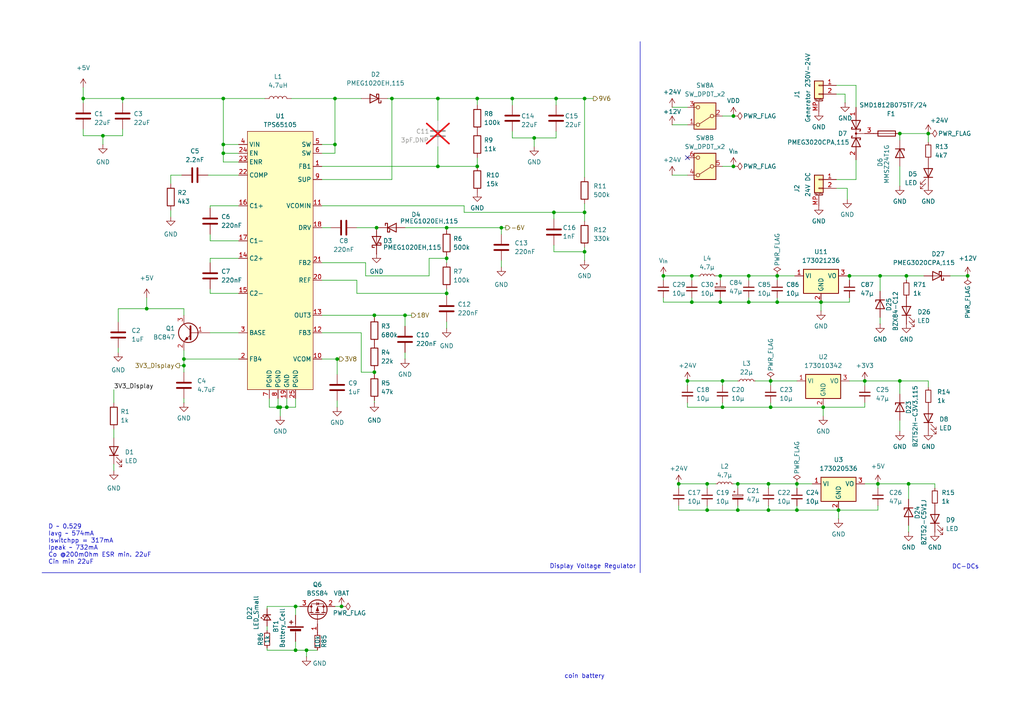
<source format=kicad_sch>
(kicad_sch
	(version 20250114)
	(generator "eeschema")
	(generator_version "9.0")
	(uuid "2e0788da-83c1-4cf9-982c-6e9feead5c48")
	(paper "A4")
	
	(text "Display Voltage Regulator"
		(exclude_from_sim no)
		(at 159.385 165.1 0)
		(effects
			(font
				(size 1.27 1.27)
			)
			(justify left bottom)
		)
		(uuid "1f474138-6b54-4b9f-883a-725cd7720b17")
	)
	(text "coin battery"
		(exclude_from_sim no)
		(at 169.545 196.215 0)
		(effects
			(font
				(size 1.27 1.27)
			)
		)
		(uuid "25ad2388-f90b-4078-a3ae-20a22f0d8887")
	)
	(text "D ~ 0.529\nIavg ~ 574mA\nIswitchpp = 317mA\nIpeak ~ 732mA\nCo @200mOhm ESR min. 22uF\nCin min 22uF"
		(exclude_from_sim no)
		(at 13.97 163.83 0)
		(effects
			(font
				(size 1.27 1.27)
			)
			(justify left bottom)
		)
		(uuid "33680474-88a3-4d9f-8dec-4a0171750541")
	)
	(text "DC-DCs"
		(exclude_from_sim no)
		(at 280.035 164.465 0)
		(effects
			(font
				(size 1.27 1.27)
			)
		)
		(uuid "7ad057ff-b9f7-4de2-9b33-2f1d30784b5b")
	)
	(junction
		(at 238.76 118.11)
		(diameter 0)
		(color 0 0 0 0)
		(uuid "04a24c58-7e9b-45c6-a81c-e6bd761e890c")
	)
	(junction
		(at 213.995 140.335)
		(diameter 0)
		(color 0 0 0 0)
		(uuid "06c0f182-3f01-4df1-8a91-76bc1a17447c")
	)
	(junction
		(at 222.885 147.955)
		(diameter 0)
		(color 0 0 0 0)
		(uuid "0e4f6690-f270-44bf-b823-20877548d9de")
	)
	(junction
		(at 169.545 73.025)
		(diameter 0)
		(color 0 0 0 0)
		(uuid "0eef11e6-76b0-4b3f-aa84-20f8c99ba4f2")
	)
	(junction
		(at 246.38 80.01)
		(diameter 0)
		(color 0 0 0 0)
		(uuid "1089cf66-a55b-4593-a08b-0121cf6f4917")
	)
	(junction
		(at 145.415 66.04)
		(diameter 0)
		(color 0 0 0 0)
		(uuid "111fa979-1c07-45e3-bde0-f5f2517309ef")
	)
	(junction
		(at 231.14 140.335)
		(diameter 0)
		(color 0 0 0 0)
		(uuid "1189832d-f541-4182-85cf-76441db3bde5")
	)
	(junction
		(at 127 28.575)
		(diameter 0)
		(color 0 0 0 0)
		(uuid "15fdf0a2-c1f2-4716-99a1-825076671288")
	)
	(junction
		(at 117.475 91.44)
		(diameter 0)
		(color 0 0 0 0)
		(uuid "1aff85bd-376b-4c3c-a19e-28410c588aa7")
	)
	(junction
		(at 108.585 107.95)
		(diameter 0)
		(color 0 0 0 0)
		(uuid "1b72607b-c177-45f5-ac9f-ed7fa7a64fb1")
	)
	(junction
		(at 85.725 188.595)
		(diameter 0)
		(color 0 0 0 0)
		(uuid "20c6504d-400e-4eff-a489-d6909af33f6c")
	)
	(junction
		(at 238.125 87.63)
		(diameter 0)
		(color 0 0 0 0)
		(uuid "299d0553-c2f1-48ab-8b03-79e4612e80d1")
	)
	(junction
		(at 205.105 140.335)
		(diameter 0)
		(color 0 0 0 0)
		(uuid "2ab8ada9-cf74-4f1d-a11c-ea239d5d2220")
	)
	(junction
		(at 269.24 38.735)
		(diameter 0)
		(color 0 0 0 0)
		(uuid "2d680fee-d381-4b13-af58-d69b1bf4bdaf")
	)
	(junction
		(at 223.52 110.49)
		(diameter 0)
		(color 0 0 0 0)
		(uuid "328351f1-a0f5-490e-9fe1-872dcb80d8e1")
	)
	(junction
		(at 169.545 28.575)
		(diameter 0)
		(color 0 0 0 0)
		(uuid "344e26dd-0ad0-428f-9526-295351b37e18")
	)
	(junction
		(at 138.43 28.575)
		(diameter 0)
		(color 0 0 0 0)
		(uuid "38c66eb7-fe12-4132-87a9-9f307a3d4eb9")
	)
	(junction
		(at 81.28 118.11)
		(diameter 0)
		(color 0 0 0 0)
		(uuid "3ae57a23-66e5-4f6a-9822-261b4ca414ba")
	)
	(junction
		(at 263.525 140.335)
		(diameter 0)
		(color 0 0 0 0)
		(uuid "3c8264dc-f49f-42ef-be70-382f80210034")
	)
	(junction
		(at 85.725 175.895)
		(diameter 0)
		(color 0 0 0 0)
		(uuid "43936ff4-b96c-4a8d-b5ce-a1db0e878645")
	)
	(junction
		(at 250.825 110.49)
		(diameter 0)
		(color 0 0 0 0)
		(uuid "4511e233-f111-4b3a-b25b-163e7713798c")
	)
	(junction
		(at 255.27 80.01)
		(diameter 0)
		(color 0 0 0 0)
		(uuid "49f6b963-2ae5-466f-9dd1-733c8d5966fc")
	)
	(junction
		(at 196.85 140.335)
		(diameter 0)
		(color 0 0 0 0)
		(uuid "4bc96748-d6a3-4db2-a6e8-1cc644e5753e")
	)
	(junction
		(at 53.34 104.14)
		(diameter 0)
		(color 0 0 0 0)
		(uuid "4c879827-91e5-4a71-a78c-ba2af39ff8cc")
	)
	(junction
		(at 217.17 80.01)
		(diameter 0)
		(color 0 0 0 0)
		(uuid "4cfe13dd-b081-4c9d-906a-6f01680f94b0")
	)
	(junction
		(at 208.915 80.01)
		(diameter 0)
		(color 0 0 0 0)
		(uuid "51455744-bbed-43b6-a59c-32da56372349")
	)
	(junction
		(at 217.17 87.63)
		(diameter 0)
		(color 0 0 0 0)
		(uuid "532980df-13f1-4b4f-bd8e-5ecb9afe0252")
	)
	(junction
		(at 212.725 33.655)
		(diameter 0)
		(color 0 0 0 0)
		(uuid "5459eb34-1d7f-448a-af5c-b87b56cfa524")
	)
	(junction
		(at 169.545 61.595)
		(diameter 0)
		(color 0 0 0 0)
		(uuid "54c3dcc4-cce7-4bb6-a629-c4ac709b2919")
	)
	(junction
		(at 231.14 147.955)
		(diameter 0)
		(color 0 0 0 0)
		(uuid "5503c86b-1be4-41d6-9f38-9ec79f8809d0")
	)
	(junction
		(at 113.665 28.575)
		(diameter 0)
		(color 0 0 0 0)
		(uuid "55237c9f-e430-4b71-8e84-61e5fd99e243")
	)
	(junction
		(at 208.915 87.63)
		(diameter 0)
		(color 0 0 0 0)
		(uuid "557c88ca-139e-42e0-9019-6fef3f164702")
	)
	(junction
		(at 280.67 80.01)
		(diameter 0)
		(color 0 0 0 0)
		(uuid "58b5d8e6-59f8-40b1-939c-2a1b276d03aa")
	)
	(junction
		(at 148.59 28.575)
		(diameter 0)
		(color 0 0 0 0)
		(uuid "59a705da-471f-4f1e-bffe-9c85045b320e")
	)
	(junction
		(at 222.885 140.335)
		(diameter 0)
		(color 0 0 0 0)
		(uuid "5a4015f9-032d-4d3d-913c-ef451306a780")
	)
	(junction
		(at 129.54 66.04)
		(diameter 0)
		(color 0 0 0 0)
		(uuid "5a704d20-2eda-4d66-87a0-8bb00c328bcf")
	)
	(junction
		(at 97.155 28.575)
		(diameter 0)
		(color 0 0 0 0)
		(uuid "5b385b3a-0445-40da-869e-baa34c1ab9d3")
	)
	(junction
		(at 262.89 80.01)
		(diameter 0)
		(color 0 0 0 0)
		(uuid "5dacea83-a477-4bdb-aa0d-3e4bb57963fd")
	)
	(junction
		(at 127 48.26)
		(diameter 0)
		(color 0 0 0 0)
		(uuid "5e3c3066-33ae-44aa-90ca-be14e326d06b")
	)
	(junction
		(at 209.55 110.49)
		(diameter 0)
		(color 0 0 0 0)
		(uuid "5fa5e9ea-85ff-4890-b60a-2622461a3342")
	)
	(junction
		(at 223.52 118.11)
		(diameter 0)
		(color 0 0 0 0)
		(uuid "5fa7211d-a933-4aea-bde3-164e64fe3f63")
	)
	(junction
		(at 88.9 188.595)
		(diameter 0)
		(color 0 0 0 0)
		(uuid "617de996-ff36-45ac-8fdb-8c86628df6d3")
	)
	(junction
		(at 209.55 118.11)
		(diameter 0)
		(color 0 0 0 0)
		(uuid "6a04c048-f0f1-48b0-bc1c-71429688fed0")
	)
	(junction
		(at 129.54 85.09)
		(diameter 0)
		(color 0 0 0 0)
		(uuid "7211e033-306c-4f5c-8969-3e6e32dd97c7")
	)
	(junction
		(at 154.94 40.005)
		(diameter 0)
		(color 0 0 0 0)
		(uuid "73010a7a-7a9a-46d9-83be-b5b73168b613")
	)
	(junction
		(at 97.155 41.91)
		(diameter 0)
		(color 0 0 0 0)
		(uuid "7402a9dc-42d2-48a3-b1d2-a3f8321a5335")
	)
	(junction
		(at 260.985 110.49)
		(diameter 0)
		(color 0 0 0 0)
		(uuid "776ec65d-f2e0-4d5f-9af0-f3e9e61482f2")
	)
	(junction
		(at 99.06 175.895)
		(diameter 0)
		(color 0 0 0 0)
		(uuid "7ca129e8-eb3d-4075-88d0-c7d563c0e619")
	)
	(junction
		(at 254.635 140.335)
		(diameter 0)
		(color 0 0 0 0)
		(uuid "852155d9-75fa-4971-882f-601461e6471e")
	)
	(junction
		(at 53.34 106.045)
		(diameter 0)
		(color 0 0 0 0)
		(uuid "880cbe12-459f-4608-8eb4-4562e51e675d")
	)
	(junction
		(at 109.22 66.04)
		(diameter 0)
		(color 0 0 0 0)
		(uuid "8a4a63e0-e849-40f9-91ee-96af092e47fd")
	)
	(junction
		(at 213.995 147.955)
		(diameter 0)
		(color 0 0 0 0)
		(uuid "8b98e2fb-4d6d-4946-a73a-5b44141d0f81")
	)
	(junction
		(at 64.77 41.91)
		(diameter 0)
		(color 0 0 0 0)
		(uuid "8bd06123-3b1f-4075-822e-b7d3ffc7ad6e")
	)
	(junction
		(at 108.585 91.44)
		(diameter 0)
		(color 0 0 0 0)
		(uuid "98259442-0017-4839-bdf1-ccc12bd3d4f7")
	)
	(junction
		(at 24.13 28.575)
		(diameter 0)
		(color 0 0 0 0)
		(uuid "9f6413a3-f858-4400-99b1-ddc817355d01")
	)
	(junction
		(at 225.425 80.01)
		(diameter 0)
		(color 0 0 0 0)
		(uuid "a4e98e08-1f4a-46b7-bbca-8e9366c9c91d")
	)
	(junction
		(at 260.985 38.735)
		(diameter 0)
		(color 0 0 0 0)
		(uuid "a8f9191a-be3c-46ee-88e1-87ee98882e18")
	)
	(junction
		(at 129.54 74.93)
		(diameter 0)
		(color 0 0 0 0)
		(uuid "ac6cee30-b003-4257-a4d2-6306d34acee1")
	)
	(junction
		(at 35.56 28.575)
		(diameter 0)
		(color 0 0 0 0)
		(uuid "acd4fa46-8ba8-4b24-9066-b22d8cf3695d")
	)
	(junction
		(at 29.845 39.37)
		(diameter 0)
		(color 0 0 0 0)
		(uuid "ad197f75-bdb0-4b36-aa2e-000b73036df8")
	)
	(junction
		(at 200.66 87.63)
		(diameter 0)
		(color 0 0 0 0)
		(uuid "b75b5b2a-9e27-4bf9-8689-23fa155af9aa")
	)
	(junction
		(at 205.105 147.955)
		(diameter 0)
		(color 0 0 0 0)
		(uuid "bb8147b5-df2f-4f1f-b47e-d53b75aaa380")
	)
	(junction
		(at 243.205 147.955)
		(diameter 0)
		(color 0 0 0 0)
		(uuid "bde9bff5-32a4-42ae-899d-568ddf240b6b")
	)
	(junction
		(at 64.77 44.45)
		(diameter 0)
		(color 0 0 0 0)
		(uuid "c1c24b44-9fed-402f-8691-27fc96c5a404")
	)
	(junction
		(at 192.405 80.01)
		(diameter 0)
		(color 0 0 0 0)
		(uuid "cc9e3bdf-8a42-4de5-9a80-c904175987a6")
	)
	(junction
		(at 200.66 80.01)
		(diameter 0)
		(color 0 0 0 0)
		(uuid "cfcb68e8-e385-4f5a-a7b3-1c411cdbdeaa")
	)
	(junction
		(at 97.79 104.14)
		(diameter 0)
		(color 0 0 0 0)
		(uuid "d3af76d2-6f6b-4958-8007-465843bcff28")
	)
	(junction
		(at 42.545 89.535)
		(diameter 0)
		(color 0 0 0 0)
		(uuid "e12a7a30-2a13-4e59-a86b-14e9581d754f")
	)
	(junction
		(at 138.43 48.26)
		(diameter 0)
		(color 0 0 0 0)
		(uuid "e164d6d7-daed-4ba2-a4fa-8829f5fa4bf1")
	)
	(junction
		(at 64.77 28.575)
		(diameter 0)
		(color 0 0 0 0)
		(uuid "e2e0303f-2626-44a8-827b-a48f153b57b1")
	)
	(junction
		(at 225.425 87.63)
		(diameter 0)
		(color 0 0 0 0)
		(uuid "e4b24eb3-b346-49e2-a819-64a2594ca11e")
	)
	(junction
		(at 199.39 110.49)
		(diameter 0)
		(color 0 0 0 0)
		(uuid "ea330dce-f339-4a47-abfa-3285e15e9c53")
	)
	(junction
		(at 83.185 118.11)
		(diameter 0)
		(color 0 0 0 0)
		(uuid "eabb1f12-056b-4086-8108-3847910fb0d1")
	)
	(junction
		(at 160.655 61.595)
		(diameter 0)
		(color 0 0 0 0)
		(uuid "eb201b61-3b4a-4eed-b18a-c997c19d7db8")
	)
	(junction
		(at 80.645 118.11)
		(diameter 0)
		(color 0 0 0 0)
		(uuid "eb96f160-0639-40eb-a4cf-f184fd8acebd")
	)
	(junction
		(at 161.29 28.575)
		(diameter 0)
		(color 0 0 0 0)
		(uuid "eecf3a55-a51b-4037-bc03-6c24e0b5c442")
	)
	(junction
		(at 212.725 48.26)
		(diameter 0)
		(color 0 0 0 0)
		(uuid "f74e551a-df87-4e47-9c3f-35a8892572bc")
	)
	(no_connect
		(at 199.39 45.72)
		(uuid "861b016d-7df8-4a53-a5e9-ace0786dbdd1")
	)
	(wire
		(pts
			(xy 108.585 116.84) (xy 108.585 116.205)
		)
		(stroke
			(width 0)
			(type default)
		)
		(uuid "00823f29-0ed6-4b92-afdd-b2458f8bb606")
	)
	(wire
		(pts
			(xy 248.285 52.07) (xy 248.285 46.355)
		)
		(stroke
			(width 0)
			(type default)
		)
		(uuid "01d5c222-f50c-448c-ab1c-ce44f0e6fca5")
	)
	(wire
		(pts
			(xy 262.89 81.28) (xy 262.89 80.01)
		)
		(stroke
			(width 0)
			(type default)
		)
		(uuid "022ef72d-26ea-4f6e-b114-935d51d77c25")
	)
	(wire
		(pts
			(xy 192.405 87.63) (xy 200.66 87.63)
		)
		(stroke
			(width 0)
			(type default)
		)
		(uuid "02e17ae8-d4f4-4bdf-ab71-ecc5bda71e98")
	)
	(wire
		(pts
			(xy 246.38 80.01) (xy 246.38 81.28)
		)
		(stroke
			(width 0)
			(type default)
		)
		(uuid "02e2f1f3-122e-408d-92d2-90f26e2862d9")
	)
	(wire
		(pts
			(xy 263.525 140.335) (xy 254.635 140.335)
		)
		(stroke
			(width 0)
			(type default)
		)
		(uuid "0784bf0b-86f7-4ff9-ac50-b3ba095a2955")
	)
	(wire
		(pts
			(xy 53.34 106.045) (xy 53.34 107.95)
		)
		(stroke
			(width 0)
			(type default)
		)
		(uuid "0799669d-565f-4907-8ed6-4e84a36a826f")
	)
	(wire
		(pts
			(xy 129.54 85.09) (xy 129.54 85.725)
		)
		(stroke
			(width 0)
			(type default)
		)
		(uuid "07ec2872-4565-4fd8-959e-8f2af70ca30b")
	)
	(wire
		(pts
			(xy 49.53 60.96) (xy 49.53 62.865)
		)
		(stroke
			(width 0)
			(type default)
		)
		(uuid "080956e7-576e-44ee-9c9c-360358df7091")
	)
	(wire
		(pts
			(xy 194.945 50.8) (xy 199.39 50.8)
		)
		(stroke
			(width 0)
			(type default)
		)
		(uuid "0852fda2-7237-4b7f-80f6-a7b6ead55ce4")
	)
	(wire
		(pts
			(xy 217.17 87.63) (xy 225.425 87.63)
		)
		(stroke
			(width 0)
			(type default)
		)
		(uuid "08fee6dc-8443-4ffc-a21c-bfad204b568b")
	)
	(wire
		(pts
			(xy 117.475 66.04) (xy 129.54 66.04)
		)
		(stroke
			(width 0)
			(type default)
		)
		(uuid "0a825527-7b27-4b9a-a7f6-00a4872c8489")
	)
	(wire
		(pts
			(xy 103.505 81.28) (xy 103.505 85.09)
		)
		(stroke
			(width 0)
			(type default)
		)
		(uuid "0a831453-75b6-47ab-904c-b600c87ef6b9")
	)
	(wire
		(pts
			(xy 64.77 46.99) (xy 64.77 44.45)
		)
		(stroke
			(width 0)
			(type default)
		)
		(uuid "0ac840e0-b447-402f-b2e4-f37f6065362a")
	)
	(wire
		(pts
			(xy 207.645 80.01) (xy 208.915 80.01)
		)
		(stroke
			(width 0)
			(type default)
		)
		(uuid "0ad63bec-366f-48db-b5cd-745c45371132")
	)
	(wire
		(pts
			(xy 108.585 91.44) (xy 108.585 92.075)
		)
		(stroke
			(width 0)
			(type default)
		)
		(uuid "0b2e23e4-beac-4bd1-be47-6b52b832fb7c")
	)
	(wire
		(pts
			(xy 145.415 66.04) (xy 146.685 66.04)
		)
		(stroke
			(width 0)
			(type default)
		)
		(uuid "0e047021-d1ef-4727-9754-e9dc1692b3ca")
	)
	(wire
		(pts
			(xy 200.66 87.63) (xy 208.915 87.63)
		)
		(stroke
			(width 0)
			(type default)
		)
		(uuid "0ea2b77c-e8b8-40b7-9e39-024a1d4b5c81")
	)
	(wire
		(pts
			(xy 248.285 24.765) (xy 242.57 24.765)
		)
		(stroke
			(width 0)
			(type default)
		)
		(uuid "0f6fedef-d831-419e-8095-bd13e46f06de")
	)
	(wire
		(pts
			(xy 199.39 110.49) (xy 199.39 111.76)
		)
		(stroke
			(width 0)
			(type default)
		)
		(uuid "0fc213a9-8817-48cf-8836-66336aa93cfa")
	)
	(wire
		(pts
			(xy 208.915 86.36) (xy 208.915 87.63)
		)
		(stroke
			(width 0)
			(type default)
		)
		(uuid "1164c59b-b518-410d-82be-1eb68424b5ba")
	)
	(wire
		(pts
			(xy 93.345 91.44) (xy 108.585 91.44)
		)
		(stroke
			(width 0)
			(type default)
		)
		(uuid "163b8def-cacd-4a76-822e-3fb9e29d98bf")
	)
	(wire
		(pts
			(xy 76.835 28.575) (xy 64.77 28.575)
		)
		(stroke
			(width 0)
			(type default)
		)
		(uuid "17ac2bd9-85ec-48d8-b4ea-5c8f921070e6")
	)
	(wire
		(pts
			(xy 33.02 134.62) (xy 33.02 136.525)
		)
		(stroke
			(width 0)
			(type default)
		)
		(uuid "1964f7d3-f983-4af4-9501-c4191a058a6e")
	)
	(wire
		(pts
			(xy 254.635 146.685) (xy 254.635 147.955)
		)
		(stroke
			(width 0)
			(type default)
		)
		(uuid "1b51f0eb-7bb4-40fd-8a18-b2b7c8dece5a")
	)
	(wire
		(pts
			(xy 129.54 66.04) (xy 145.415 66.04)
		)
		(stroke
			(width 0)
			(type default)
		)
		(uuid "1c0e80f2-a924-48f1-b1a4-5e4b60c86556")
	)
	(wire
		(pts
			(xy 199.39 110.49) (xy 209.55 110.49)
		)
		(stroke
			(width 0)
			(type default)
		)
		(uuid "1d87bcf4-7b10-4fa6-b5d8-4a243a3dec00")
	)
	(wire
		(pts
			(xy 254.635 147.955) (xy 243.205 147.955)
		)
		(stroke
			(width 0)
			(type default)
		)
		(uuid "1eae38f9-6fb6-4b12-919c-8df80453afaa")
	)
	(wire
		(pts
			(xy 97.155 44.45) (xy 97.155 41.91)
		)
		(stroke
			(width 0)
			(type default)
		)
		(uuid "1f385b83-cc47-4a50-b4f9-6e8bb1cc4ede")
	)
	(wire
		(pts
			(xy 80.645 115.57) (xy 80.645 118.11)
		)
		(stroke
			(width 0)
			(type default)
		)
		(uuid "221dba15-c87b-4d35-8df1-58681aea5818")
	)
	(wire
		(pts
			(xy 53.34 101.6) (xy 53.34 104.14)
		)
		(stroke
			(width 0)
			(type default)
		)
		(uuid "22da2ddb-ad12-4205-b387-df7f05c0291f")
	)
	(wire
		(pts
			(xy 83.185 118.11) (xy 85.725 118.11)
		)
		(stroke
			(width 0)
			(type default)
		)
		(uuid "23471649-e877-40d3-94d4-eef45059f441")
	)
	(wire
		(pts
			(xy 127 48.26) (xy 138.43 48.26)
		)
		(stroke
			(width 0)
			(type default)
		)
		(uuid "23aaa91e-ce39-4097-bb81-338f8cae24de")
	)
	(wire
		(pts
			(xy 60.96 59.69) (xy 69.215 59.69)
		)
		(stroke
			(width 0)
			(type default)
		)
		(uuid "24c96bfc-e05f-4742-ab89-580e45bdb5bc")
	)
	(wire
		(pts
			(xy 127 42.545) (xy 127 48.26)
		)
		(stroke
			(width 0)
			(type default)
		)
		(uuid "25928ed3-3d8c-4e5f-aa6c-ff9793b22490")
	)
	(wire
		(pts
			(xy 160.655 63.5) (xy 160.655 61.595)
		)
		(stroke
			(width 0)
			(type default)
		)
		(uuid "27933751-b7f1-48c0-9df9-818b6dfc358c")
	)
	(wire
		(pts
			(xy 77.47 182.88) (xy 77.47 181.61)
		)
		(stroke
			(width 0)
			(type default)
		)
		(uuid "27d56523-9cc2-4fdf-8ba4-4ccc85f8ac25")
	)
	(wire
		(pts
			(xy 223.52 118.11) (xy 238.76 118.11)
		)
		(stroke
			(width 0)
			(type default)
		)
		(uuid "27fdb692-1032-457e-a1eb-5217ad52ed2d")
	)
	(wire
		(pts
			(xy 217.17 80.01) (xy 217.17 81.28)
		)
		(stroke
			(width 0)
			(type default)
		)
		(uuid "28e37e95-180d-446b-a77b-72da201c221d")
	)
	(wire
		(pts
			(xy 260.985 114.3) (xy 260.985 110.49)
		)
		(stroke
			(width 0)
			(type default)
		)
		(uuid "2a6da690-b28e-47b3-b9d7-4bdb0d713c0c")
	)
	(wire
		(pts
			(xy 93.345 66.04) (xy 95.885 66.04)
		)
		(stroke
			(width 0)
			(type default)
		)
		(uuid "2aee96eb-356d-44d9-bb29-b019a73320a5")
	)
	(wire
		(pts
			(xy 269.24 38.735) (xy 260.985 38.735)
		)
		(stroke
			(width 0)
			(type default)
		)
		(uuid "2b7b12dd-87cc-4177-b7c0-9d9cf43eb25a")
	)
	(wire
		(pts
			(xy 246.38 110.49) (xy 250.825 110.49)
		)
		(stroke
			(width 0)
			(type default)
		)
		(uuid "2c5e1399-a2da-45ff-9723-90f773008009")
	)
	(wire
		(pts
			(xy 134.62 59.69) (xy 134.62 61.595)
		)
		(stroke
			(width 0)
			(type default)
		)
		(uuid "300ab485-da27-45a6-a497-e273fd765e8c")
	)
	(wire
		(pts
			(xy 250.825 110.49) (xy 250.825 111.76)
		)
		(stroke
			(width 0)
			(type default)
		)
		(uuid "302dd4f2-4a33-462d-8779-06c1161c641e")
	)
	(wire
		(pts
			(xy 192.405 80.01) (xy 200.66 80.01)
		)
		(stroke
			(width 0)
			(type default)
		)
		(uuid "327d0869-9849-4584-bbe7-285f754862a1")
	)
	(wire
		(pts
			(xy 199.39 118.11) (xy 209.55 118.11)
		)
		(stroke
			(width 0)
			(type default)
		)
		(uuid "332369f9-b2c1-4afc-8575-ba8f738f7f55")
	)
	(wire
		(pts
			(xy 196.85 140.335) (xy 196.85 141.605)
		)
		(stroke
			(width 0)
			(type default)
		)
		(uuid "3356ecf4-e784-4cfb-92ad-862b46ff013b")
	)
	(wire
		(pts
			(xy 209.55 110.49) (xy 213.995 110.49)
		)
		(stroke
			(width 0)
			(type default)
		)
		(uuid "3614b7ff-5afc-4028-9773-3f0c7087bc24")
	)
	(wire
		(pts
			(xy 169.545 59.055) (xy 169.545 61.595)
		)
		(stroke
			(width 0)
			(type default)
		)
		(uuid "37617cd5-34d5-4cb1-bc81-6451281932c5")
	)
	(wire
		(pts
			(xy 160.655 73.025) (xy 160.655 71.12)
		)
		(stroke
			(width 0)
			(type default)
		)
		(uuid "38d260f8-76f5-44dd-9720-2a213e915413")
	)
	(wire
		(pts
			(xy 262.89 80.01) (xy 267.97 80.01)
		)
		(stroke
			(width 0)
			(type default)
		)
		(uuid "395a8857-bab2-46f5-bdd1-d360b4d97c44")
	)
	(wire
		(pts
			(xy 88.9 188.595) (xy 92.075 188.595)
		)
		(stroke
			(width 0)
			(type default)
		)
		(uuid "39b8ac3e-6124-4f47-ba62-890e20a27dde")
	)
	(wire
		(pts
			(xy 194.945 36.195) (xy 199.39 36.195)
		)
		(stroke
			(width 0)
			(type default)
		)
		(uuid "3bf3f36d-bca9-4778-b973-b1ddb8638674")
	)
	(wire
		(pts
			(xy 169.545 73.025) (xy 169.545 75.565)
		)
		(stroke
			(width 0)
			(type default)
		)
		(uuid "3c5f13ae-ad87-44f8-b10b-2a06880895da")
	)
	(wire
		(pts
			(xy 85.725 188.595) (xy 88.9 188.595)
		)
		(stroke
			(width 0)
			(type default)
		)
		(uuid "3cf211f2-f4d5-47f7-9bb3-78777d351606")
	)
	(wire
		(pts
			(xy 262.89 80.01) (xy 255.27 80.01)
		)
		(stroke
			(width 0)
			(type default)
		)
		(uuid "3d613838-787c-4c62-b59d-bcd8b02700a5")
	)
	(wire
		(pts
			(xy 53.34 115.57) (xy 53.34 116.84)
		)
		(stroke
			(width 0)
			(type default)
		)
		(uuid "3e5771b7-425e-4cea-8f07-1611dbbbc8c1")
	)
	(wire
		(pts
			(xy 124.46 74.93) (xy 129.54 74.93)
		)
		(stroke
			(width 0)
			(type default)
		)
		(uuid "3ed12c7c-34f2-4e62-a8b5-51abf30d6efa")
	)
	(wire
		(pts
			(xy 81.28 118.11) (xy 83.185 118.11)
		)
		(stroke
			(width 0)
			(type default)
		)
		(uuid "3fa49fd2-5e38-4518-bcaf-7808cb6d4aed")
	)
	(wire
		(pts
			(xy 93.345 81.28) (xy 103.505 81.28)
		)
		(stroke
			(width 0)
			(type default)
		)
		(uuid "3ffad75b-d711-4886-b77c-cec67b83eda9")
	)
	(wire
		(pts
			(xy 145.415 66.04) (xy 145.415 67.945)
		)
		(stroke
			(width 0)
			(type default)
		)
		(uuid "428491b2-7a74-46cd-bdd8-2c392c94f34c")
	)
	(wire
		(pts
			(xy 231.14 147.955) (xy 243.205 147.955)
		)
		(stroke
			(width 0)
			(type default)
		)
		(uuid "44ac89d5-fab8-4881-932b-38f36f429c6a")
	)
	(wire
		(pts
			(xy 24.13 37.465) (xy 24.13 39.37)
		)
		(stroke
			(width 0)
			(type default)
		)
		(uuid "4503344e-d636-487f-aa1d-09061e794e89")
	)
	(wire
		(pts
			(xy 35.56 29.845) (xy 35.56 28.575)
		)
		(stroke
			(width 0)
			(type default)
		)
		(uuid "45f9194a-fefb-4742-9660-7fe8e4d30a8d")
	)
	(wire
		(pts
			(xy 219.075 110.49) (xy 223.52 110.49)
		)
		(stroke
			(width 0)
			(type default)
		)
		(uuid "480bee3c-39e6-407a-89ac-1313197ace6a")
	)
	(wire
		(pts
			(xy 255.27 92.075) (xy 255.27 93.98)
		)
		(stroke
			(width 0)
			(type default)
		)
		(uuid "496104cf-75a9-4f8a-8cde-c4ac22bd0f39")
	)
	(wire
		(pts
			(xy 260.985 48.26) (xy 260.985 53.975)
		)
		(stroke
			(width 0)
			(type default)
		)
		(uuid "4a7cbbdd-5cf8-47cb-b2f7-c1bae73c379c")
	)
	(wire
		(pts
			(xy 53.34 104.14) (xy 53.34 106.045)
		)
		(stroke
			(width 0)
			(type default)
		)
		(uuid "4a9bf28b-3854-4f5d-86aa-f17baa6a09f9")
	)
	(wire
		(pts
			(xy 160.655 61.595) (xy 169.545 61.595)
		)
		(stroke
			(width 0)
			(type default)
		)
		(uuid "4adf77c0-8891-473c-b37b-e31840999359")
	)
	(wire
		(pts
			(xy 93.345 52.07) (xy 113.665 52.07)
		)
		(stroke
			(width 0)
			(type default)
		)
		(uuid "4c41f729-a7aa-477e-a842-37838a2b18f0")
	)
	(wire
		(pts
			(xy 97.79 116.205) (xy 97.79 118.11)
		)
		(stroke
			(width 0)
			(type default)
		)
		(uuid "4d35691e-4f3d-41e8-9a99-c92c22cf42d0")
	)
	(wire
		(pts
			(xy 129.54 74.93) (xy 129.54 76.2)
		)
		(stroke
			(width 0)
			(type default)
		)
		(uuid "4e1213c0-0844-4472-8738-ede19ad5a24e")
	)
	(wire
		(pts
			(xy 24.13 29.845) (xy 24.13 28.575)
		)
		(stroke
			(width 0)
			(type default)
		)
		(uuid "4e66fede-4bd0-4b9c-aa91-1d39619d61f3")
	)
	(wire
		(pts
			(xy 138.43 28.575) (xy 138.43 30.48)
		)
		(stroke
			(width 0)
			(type default)
		)
		(uuid "4e9a23db-c1ec-4e36-98bc-5688e1210cd2")
	)
	(wire
		(pts
			(xy 97.79 104.14) (xy 98.425 104.14)
		)
		(stroke
			(width 0)
			(type default)
		)
		(uuid "5042ffc9-f488-4bd7-bd38-fe064d044d8e")
	)
	(wire
		(pts
			(xy 246.38 87.63) (xy 238.125 87.63)
		)
		(stroke
			(width 0)
			(type default)
		)
		(uuid "5100a936-0db3-4889-b87e-d87c74648fbd")
	)
	(wire
		(pts
			(xy 42.545 86.36) (xy 42.545 89.535)
		)
		(stroke
			(width 0)
			(type default)
		)
		(uuid "51649ea1-af40-4422-810d-cdd7e45b347c")
	)
	(wire
		(pts
			(xy 97.155 175.895) (xy 99.06 175.895)
		)
		(stroke
			(width 0)
			(type default)
		)
		(uuid "53698d79-18f6-479d-8a5a-164d3c4c084d")
	)
	(wire
		(pts
			(xy 60.96 96.52) (xy 69.215 96.52)
		)
		(stroke
			(width 0)
			(type default)
		)
		(uuid "54264b9f-8dba-4eb3-9bf5-e99612feb0a4")
	)
	(wire
		(pts
			(xy 200.66 86.36) (xy 200.66 87.63)
		)
		(stroke
			(width 0)
			(type default)
		)
		(uuid "54851863-98c8-4982-9959-a62775c2b536")
	)
	(wire
		(pts
			(xy 217.17 86.36) (xy 217.17 87.63)
		)
		(stroke
			(width 0)
			(type default)
		)
		(uuid "54e92586-c85c-4815-bfc5-0af966df9e58")
	)
	(wire
		(pts
			(xy 83.185 115.57) (xy 83.185 118.11)
		)
		(stroke
			(width 0)
			(type default)
		)
		(uuid "55e01c7c-916c-475f-be83-ee46860b0f12")
	)
	(wire
		(pts
			(xy 85.725 175.895) (xy 86.995 175.895)
		)
		(stroke
			(width 0)
			(type default)
		)
		(uuid "589ef9bb-044d-4921-b68f-8976557c9f44")
	)
	(wire
		(pts
			(xy 246.38 86.36) (xy 246.38 87.63)
		)
		(stroke
			(width 0)
			(type default)
		)
		(uuid "58b057f8-443b-4581-af4e-448aab2ff407")
	)
	(wire
		(pts
			(xy 243.205 147.955) (xy 243.205 150.495)
		)
		(stroke
			(width 0)
			(type default)
		)
		(uuid "59e0d06b-cd48-45c4-a673-afeae9475e71")
	)
	(wire
		(pts
			(xy 223.52 110.49) (xy 231.14 110.49)
		)
		(stroke
			(width 0)
			(type default)
		)
		(uuid "5a092afa-26ce-4acf-9da0-d2d8700de100")
	)
	(wire
		(pts
			(xy 212.725 140.335) (xy 213.995 140.335)
		)
		(stroke
			(width 0)
			(type default)
		)
		(uuid "5ac9dccd-b877-4c45-9b87-2745bb154a56")
	)
	(wire
		(pts
			(xy 77.47 187.96) (xy 77.47 188.595)
		)
		(stroke
			(width 0)
			(type default)
		)
		(uuid "5b63b692-fa0f-4806-8867-ac320db62bc8")
	)
	(wire
		(pts
			(xy 208.915 80.01) (xy 217.17 80.01)
		)
		(stroke
			(width 0)
			(type default)
		)
		(uuid "5da2f422-4112-480b-aaa5-5456c4db5bab")
	)
	(wire
		(pts
			(xy 231.14 140.335) (xy 231.14 141.605)
		)
		(stroke
			(width 0)
			(type default)
		)
		(uuid "5ea3e315-df2f-48a8-96ed-2eaa15b323b6")
	)
	(wire
		(pts
			(xy 60.325 50.8) (xy 69.215 50.8)
		)
		(stroke
			(width 0)
			(type default)
		)
		(uuid "617ebabc-9728-49d9-9e00-efeb649c11f6")
	)
	(wire
		(pts
			(xy 77.47 175.895) (xy 85.725 175.895)
		)
		(stroke
			(width 0)
			(type default)
		)
		(uuid "64e33007-1f91-4727-b2da-f7f185fcf927")
	)
	(wire
		(pts
			(xy 77.47 176.53) (xy 77.47 175.895)
		)
		(stroke
			(width 0)
			(type default)
		)
		(uuid "66623c41-9249-4d0f-a773-aef151785949")
	)
	(wire
		(pts
			(xy 231.14 146.685) (xy 231.14 147.955)
		)
		(stroke
			(width 0)
			(type default)
		)
		(uuid "667d36d3-48b8-4b44-b1fa-ee04e1f5c87d")
	)
	(wire
		(pts
			(xy 60.96 74.93) (xy 69.215 74.93)
		)
		(stroke
			(width 0)
			(type default)
		)
		(uuid "66b80e20-c5b1-452c-9103-9af133e4d706")
	)
	(wire
		(pts
			(xy 108.585 107.95) (xy 104.775 107.95)
		)
		(stroke
			(width 0)
			(type default)
		)
		(uuid "67b76565-5e98-4729-99f3-4273774598b5")
	)
	(wire
		(pts
			(xy 49.53 50.8) (xy 49.53 53.34)
		)
		(stroke
			(width 0)
			(type default)
		)
		(uuid "68479ddf-a13d-466d-a3dd-c310eda8a653")
	)
	(wire
		(pts
			(xy 148.59 38.1) (xy 148.59 40.005)
		)
		(stroke
			(width 0)
			(type default)
		)
		(uuid "6c2b85b8-c251-4011-a20c-e9d26d6c48a3")
	)
	(wire
		(pts
			(xy 60.96 60.325) (xy 60.96 59.69)
		)
		(stroke
			(width 0)
			(type default)
		)
		(uuid "6dbbb99c-db6b-4ccc-b564-a41e646c330c")
	)
	(wire
		(pts
			(xy 69.215 41.91) (xy 64.77 41.91)
		)
		(stroke
			(width 0)
			(type default)
		)
		(uuid "6e623211-e1cd-4bb0-8c65-12b92a48f710")
	)
	(wire
		(pts
			(xy 208.915 80.01) (xy 208.915 81.28)
		)
		(stroke
			(width 0)
			(type default)
		)
		(uuid "6f730d1c-9b3a-40bd-9ef6-9792ca0e8aed")
	)
	(wire
		(pts
			(xy 93.345 44.45) (xy 97.155 44.45)
		)
		(stroke
			(width 0)
			(type default)
		)
		(uuid "701e3aab-ec5b-4755-bb01-b828558ba117")
	)
	(wire
		(pts
			(xy 209.55 116.84) (xy 209.55 118.11)
		)
		(stroke
			(width 0)
			(type default)
		)
		(uuid "70876b54-5088-4016-b2c6-b9cdcb757352")
	)
	(wire
		(pts
			(xy 223.52 110.49) (xy 223.52 111.76)
		)
		(stroke
			(width 0)
			(type default)
		)
		(uuid "712cf10d-3255-4a39-896b-4c3e9382c6bb")
	)
	(wire
		(pts
			(xy 64.77 41.91) (xy 64.77 44.45)
		)
		(stroke
			(width 0)
			(type default)
		)
		(uuid "73f9ed79-636c-4d16-b0ba-9b534cedcbd4")
	)
	(wire
		(pts
			(xy 208.915 87.63) (xy 217.17 87.63)
		)
		(stroke
			(width 0)
			(type default)
		)
		(uuid "75478ddb-1552-494a-86fc-42322ee3b716")
	)
	(wire
		(pts
			(xy 113.665 52.07) (xy 113.665 28.575)
		)
		(stroke
			(width 0)
			(type default)
		)
		(uuid "75501156-2b60-4ebc-abfc-4b7c0bc99d2c")
	)
	(wire
		(pts
			(xy 97.79 104.14) (xy 93.345 104.14)
		)
		(stroke
			(width 0)
			(type default)
		)
		(uuid "773e3727-396a-430f-829a-1968126d4e63")
	)
	(wire
		(pts
			(xy 161.29 28.575) (xy 161.29 30.48)
		)
		(stroke
			(width 0)
			(type default)
		)
		(uuid "77434a9a-e97c-4f9b-8efa-a7dc56aa4462")
	)
	(wire
		(pts
			(xy 222.885 140.335) (xy 231.14 140.335)
		)
		(stroke
			(width 0)
			(type default)
		)
		(uuid "77962264-d713-4ddf-a55d-58dc53a2553c")
	)
	(wire
		(pts
			(xy 238.76 118.11) (xy 238.76 120.65)
		)
		(stroke
			(width 0)
			(type default)
		)
		(uuid "79e771bd-867c-48d0-9c84-c44a0cc2997a")
	)
	(wire
		(pts
			(xy 60.96 85.09) (xy 60.96 83.82)
		)
		(stroke
			(width 0)
			(type default)
		)
		(uuid "7a908a54-37ff-4256-af3c-d37a3211a15b")
	)
	(wire
		(pts
			(xy 148.59 28.575) (xy 148.59 30.48)
		)
		(stroke
			(width 0)
			(type default)
		)
		(uuid "7cbe0ff7-148d-4655-918d-3fd6cb63e2aa")
	)
	(wire
		(pts
			(xy 222.885 147.955) (xy 231.14 147.955)
		)
		(stroke
			(width 0)
			(type default)
		)
		(uuid "7cd4b97d-4582-43af-aca8-950338b402d8")
	)
	(wire
		(pts
			(xy 254.635 140.335) (xy 254.635 141.605)
		)
		(stroke
			(width 0)
			(type default)
		)
		(uuid "7d05d595-c664-446c-899f-b00e20cb5d7c")
	)
	(wire
		(pts
			(xy 24.13 28.575) (xy 35.56 28.575)
		)
		(stroke
			(width 0)
			(type default)
		)
		(uuid "822293f7-6596-4b27-8151-6d886cf56857")
	)
	(wire
		(pts
			(xy 238.125 87.63) (xy 238.125 90.17)
		)
		(stroke
			(width 0)
			(type default)
		)
		(uuid "864fed1c-eda1-4cb4-a286-ea2d38c2f9a6")
	)
	(wire
		(pts
			(xy 69.215 85.09) (xy 60.96 85.09)
		)
		(stroke
			(width 0)
			(type default)
		)
		(uuid "86f78524-9a71-4576-a34f-c214cf02f681")
	)
	(wire
		(pts
			(xy 242.57 52.07) (xy 248.285 52.07)
		)
		(stroke
			(width 0)
			(type default)
		)
		(uuid "87012fd7-8a04-4de3-b126-2893f3235d87")
	)
	(wire
		(pts
			(xy 161.29 40.005) (xy 161.29 38.1)
		)
		(stroke
			(width 0)
			(type default)
		)
		(uuid "873732d0-bc89-4cd2-80b5-b67e8ac37788")
	)
	(wire
		(pts
			(xy 97.79 108.585) (xy 97.79 104.14)
		)
		(stroke
			(width 0)
			(type default)
		)
		(uuid "8798140f-a61d-4399-a02f-340a61efc57d")
	)
	(wire
		(pts
			(xy 129.54 74.295) (xy 129.54 74.93)
		)
		(stroke
			(width 0)
			(type default)
		)
		(uuid "88f13fe5-ddc3-4a21-b5bb-3f329bf29ec0")
	)
	(wire
		(pts
			(xy 169.545 61.595) (xy 169.545 64.135)
		)
		(stroke
			(width 0)
			(type default)
		)
		(uuid "897704ad-d967-4d2d-8238-9398ddfd04e8")
	)
	(wire
		(pts
			(xy 129.54 93.345) (xy 129.54 95.25)
		)
		(stroke
			(width 0)
			(type default)
		)
		(uuid "89de10db-0bda-4bc4-9a11-7f45b3fef9be")
	)
	(wire
		(pts
			(xy 213.995 147.955) (xy 222.885 147.955)
		)
		(stroke
			(width 0)
			(type default)
		)
		(uuid "8a27771f-2b91-4f3b-9898-b82752fb21fc")
	)
	(wire
		(pts
			(xy 69.215 69.85) (xy 60.96 69.85)
		)
		(stroke
			(width 0)
			(type default)
		)
		(uuid "8a8dc90e-ea11-473f-9e5a-ccd56726e7dd")
	)
	(wire
		(pts
			(xy 209.55 48.26) (xy 212.725 48.26)
		)
		(stroke
			(width 0)
			(type default)
		)
		(uuid "8aae364e-1e01-4bbd-9f18-cefdb2d017ec")
	)
	(wire
		(pts
			(xy 69.215 46.99) (xy 64.77 46.99)
		)
		(stroke
			(width 0)
			(type default)
		)
		(uuid "8acd4fdb-7a63-49b9-921f-6a3c041e95ba")
	)
	(wire
		(pts
			(xy 225.425 80.01) (xy 230.505 80.01)
		)
		(stroke
			(width 0)
			(type default)
		)
		(uuid "8ad252e2-9972-489d-806c-96491216bf04")
	)
	(wire
		(pts
			(xy 271.145 141.605) (xy 271.145 140.335)
		)
		(stroke
			(width 0)
			(type default)
		)
		(uuid "8cc7a730-cb1f-4afb-b5f0-1c9155a349c3")
	)
	(wire
		(pts
			(xy 78.105 118.11) (xy 78.105 115.57)
		)
		(stroke
			(width 0)
			(type default)
		)
		(uuid "8d1114c9-b33d-4f1b-8db3-570129fb19cf")
	)
	(wire
		(pts
			(xy 34.29 100.965) (xy 34.29 102.235)
		)
		(stroke
			(width 0)
			(type default)
		)
		(uuid "8d604371-f602-4f10-8f7d-d7976b912214")
	)
	(wire
		(pts
			(xy 169.545 28.575) (xy 172.085 28.575)
		)
		(stroke
			(width 0)
			(type default)
		)
		(uuid "8df34f58-b9bf-4d62-a0cb-39cfca58113f")
	)
	(wire
		(pts
			(xy 85.725 118.11) (xy 85.725 115.57)
		)
		(stroke
			(width 0)
			(type default)
		)
		(uuid "8e4e0ab3-c78b-4d6b-83be-d326c20004d9")
	)
	(wire
		(pts
			(xy 84.455 28.575) (xy 97.155 28.575)
		)
		(stroke
			(width 0)
			(type default)
		)
		(uuid "8f7a9dab-1d18-4219-bf90-07989e70b3dd")
	)
	(wire
		(pts
			(xy 29.845 41.91) (xy 29.845 39.37)
		)
		(stroke
			(width 0)
			(type default)
		)
		(uuid "8f94857f-a4c9-4bf8-9272-ba853141078a")
	)
	(wire
		(pts
			(xy 52.07 106.045) (xy 53.34 106.045)
		)
		(stroke
			(width 0)
			(type default)
		)
		(uuid "94aa258d-f4ad-427f-ba76-7fd9489e4b20")
	)
	(wire
		(pts
			(xy 205.105 140.335) (xy 207.645 140.335)
		)
		(stroke
			(width 0)
			(type default)
		)
		(uuid "94d921d1-88bd-4867-aa9a-cdede2375614")
	)
	(wire
		(pts
			(xy 269.24 110.49) (xy 269.24 112.395)
		)
		(stroke
			(width 0)
			(type default)
		)
		(uuid "95893931-4d8b-48f4-8eaf-9bb7542167a4")
	)
	(wire
		(pts
			(xy 196.85 146.685) (xy 196.85 147.955)
		)
		(stroke
			(width 0)
			(type default)
		)
		(uuid "95e44266-98b9-465d-997c-8e65b0c3d557")
	)
	(wire
		(pts
			(xy 196.85 147.955) (xy 205.105 147.955)
		)
		(stroke
			(width 0)
			(type default)
		)
		(uuid "95ef0836-fe34-4f04-a9c1-a920779ba8c0")
	)
	(wire
		(pts
			(xy 108.585 108.585) (xy 108.585 107.95)
		)
		(stroke
			(width 0)
			(type default)
		)
		(uuid "970a99e0-31e3-4de1-81ad-1ede59357925")
	)
	(wire
		(pts
			(xy 103.505 66.04) (xy 109.22 66.04)
		)
		(stroke
			(width 0)
			(type default)
		)
		(uuid "97431ce8-64bf-4192-aad3-405003b70cfe")
	)
	(wire
		(pts
			(xy 93.345 96.52) (xy 104.775 96.52)
		)
		(stroke
			(width 0)
			(type default)
		)
		(uuid "9a9225e3-868c-4477-b879-f49bba58cc6e")
	)
	(wire
		(pts
			(xy 205.105 140.335) (xy 205.105 141.605)
		)
		(stroke
			(width 0)
			(type default)
		)
		(uuid "9bc2d68c-2a43-4c1e-b669-9820a12d7c87")
	)
	(wire
		(pts
			(xy 263.525 140.335) (xy 263.525 144.78)
		)
		(stroke
			(width 0)
			(type default)
		)
		(uuid "9bcf0a06-4888-4356-b3d2-3fd418e204d3")
	)
	(wire
		(pts
			(xy 196.85 140.335) (xy 205.105 140.335)
		)
		(stroke
			(width 0)
			(type default)
		)
		(uuid "9be69bc9-acb1-4f03-83ec-e3780facc1a4")
	)
	(wire
		(pts
			(xy 222.885 140.335) (xy 222.885 141.605)
		)
		(stroke
			(width 0)
			(type default)
		)
		(uuid "9c20c29c-79a9-4227-bc95-44d50437e955")
	)
	(wire
		(pts
			(xy 34.29 89.535) (xy 42.545 89.535)
		)
		(stroke
			(width 0)
			(type default)
		)
		(uuid "9c740c80-d003-43c1-8383-19f33549312b")
	)
	(wire
		(pts
			(xy 129.54 83.82) (xy 129.54 85.09)
		)
		(stroke
			(width 0)
			(type default)
		)
		(uuid "9cdd0481-4694-4c64-b4e1-2ac7094da946")
	)
	(wire
		(pts
			(xy 138.43 45.72) (xy 138.43 48.26)
		)
		(stroke
			(width 0)
			(type default)
		)
		(uuid "9d3a9fba-99dc-4dfe-9ad9-da65da83c5c1")
	)
	(wire
		(pts
			(xy 106.045 80.01) (xy 106.045 76.2)
		)
		(stroke
			(width 0)
			(type default)
		)
		(uuid "9d439632-2771-4b13-b38a-61e86e6e924f")
	)
	(wire
		(pts
			(xy 213.995 146.685) (xy 213.995 147.955)
		)
		(stroke
			(width 0)
			(type default)
		)
		(uuid "9d9a9931-bf71-46df-845b-1ed3d2f68e2f")
	)
	(wire
		(pts
			(xy 213.995 140.335) (xy 222.885 140.335)
		)
		(stroke
			(width 0)
			(type default)
		)
		(uuid "9fb78350-b05c-4e18-96f6-8b518da4b61f")
	)
	(wire
		(pts
			(xy 106.045 76.2) (xy 93.345 76.2)
		)
		(stroke
			(width 0)
			(type default)
		)
		(uuid "a05d54da-1a6c-4acd-a749-c01660a4d3b6")
	)
	(wire
		(pts
			(xy 124.46 80.01) (xy 124.46 74.93)
		)
		(stroke
			(width 0)
			(type default)
		)
		(uuid "a1984b4c-5b68-46d4-a8e4-51bc343bb260")
	)
	(wire
		(pts
			(xy 248.285 31.115) (xy 248.285 24.765)
		)
		(stroke
			(width 0)
			(type default)
		)
		(uuid "a39b8dc8-c08e-44c0-8768-dc719002f971")
	)
	(wire
		(pts
			(xy 97.155 41.91) (xy 93.345 41.91)
		)
		(stroke
			(width 0)
			(type default)
		)
		(uuid "a5562132-55e5-411a-9528-caffe9817d7d")
	)
	(wire
		(pts
			(xy 225.425 80.01) (xy 225.425 81.28)
		)
		(stroke
			(width 0)
			(type default)
		)
		(uuid "a762a4a1-1582-4db7-81bb-1996f59b8c26")
	)
	(wire
		(pts
			(xy 245.11 27.305) (xy 245.11 29.845)
		)
		(stroke
			(width 0)
			(type default)
		)
		(uuid "a7f0cf95-7834-4685-a120-283baf2b87ae")
	)
	(wire
		(pts
			(xy 106.045 80.01) (xy 124.46 80.01)
		)
		(stroke
			(width 0)
			(type default)
		)
		(uuid "a96e3a21-d86c-4df1-b585-ee9dec563426")
	)
	(wire
		(pts
			(xy 33.02 113.03) (xy 33.02 116.84)
		)
		(stroke
			(width 0)
			(type default)
		)
		(uuid "aab218ca-ce2c-4b98-83a0-97efcbb0006d")
	)
	(wire
		(pts
			(xy 200.66 80.01) (xy 200.66 81.28)
		)
		(stroke
			(width 0)
			(type default)
		)
		(uuid "abd50447-812f-4fc5-8538-b5e125f27363")
	)
	(wire
		(pts
			(xy 148.59 40.005) (xy 154.94 40.005)
		)
		(stroke
			(width 0)
			(type default)
		)
		(uuid "acec78fd-e646-411b-8f62-e327bba793f7")
	)
	(wire
		(pts
			(xy 29.845 39.37) (xy 35.56 39.37)
		)
		(stroke
			(width 0)
			(type default)
		)
		(uuid "af2c11c8-4e61-4a43-b9bd-255560152aa5")
	)
	(wire
		(pts
			(xy 225.425 87.63) (xy 238.125 87.63)
		)
		(stroke
			(width 0)
			(type default)
		)
		(uuid "b07f7350-bcdb-4c11-a414-c0ebb91d6920")
	)
	(wire
		(pts
			(xy 217.17 80.01) (xy 225.425 80.01)
		)
		(stroke
			(width 0)
			(type default)
		)
		(uuid "b08e3c07-5c32-4e24-ac3b-45ed7fd72f0c")
	)
	(wire
		(pts
			(xy 97.155 28.575) (xy 104.775 28.575)
		)
		(stroke
			(width 0)
			(type default)
		)
		(uuid "b2b598d9-ea54-46c4-b198-2854c3ae0964")
	)
	(wire
		(pts
			(xy 209.55 110.49) (xy 209.55 111.76)
		)
		(stroke
			(width 0)
			(type default)
		)
		(uuid "b2d7c7f2-a0f2-4a7b-bd44-25162625cc2c")
	)
	(wire
		(pts
			(xy 260.985 38.735) (xy 260.985 40.64)
		)
		(stroke
			(width 0)
			(type default)
		)
		(uuid "b3813dc4-8c4a-4fe6-b246-060421727897")
	)
	(wire
		(pts
			(xy 88.9 188.595) (xy 88.9 190.5)
		)
		(stroke
			(width 0)
			(type default)
		)
		(uuid "b3d3e09c-e85f-499c-97c0-0f84eb4ac95e")
	)
	(wire
		(pts
			(xy 129.54 66.04) (xy 129.54 66.675)
		)
		(stroke
			(width 0)
			(type default)
		)
		(uuid "b538a79f-8301-447f-8982-b1cd5d0d1e7d")
	)
	(wire
		(pts
			(xy 108.585 91.44) (xy 117.475 91.44)
		)
		(stroke
			(width 0)
			(type default)
		)
		(uuid "b676435c-79cb-4022-8da4-17b481badd24")
	)
	(wire
		(pts
			(xy 127 28.575) (xy 127 34.925)
		)
		(stroke
			(width 0)
			(type default)
		)
		(uuid "baa475f9-fa32-498d-8dda-150b6afbd67e")
	)
	(wire
		(pts
			(xy 35.56 28.575) (xy 64.77 28.575)
		)
		(stroke
			(width 0)
			(type default)
		)
		(uuid "bbf18ba4-6465-468f-b6dd-87ab34d93271")
	)
	(wire
		(pts
			(xy 200.66 80.01) (xy 202.565 80.01)
		)
		(stroke
			(width 0)
			(type default)
		)
		(uuid "bc19484e-4ca3-4fc9-afdf-f347f85206fc")
	)
	(wire
		(pts
			(xy 112.395 28.575) (xy 113.665 28.575)
		)
		(stroke
			(width 0)
			(type default)
		)
		(uuid "bc8311a1-3370-43fe-b5ef-6453093ce15f")
	)
	(wire
		(pts
			(xy 154.94 40.005) (xy 161.29 40.005)
		)
		(stroke
			(width 0)
			(type default)
		)
		(uuid "bd3455f2-827a-4e80-8a9e-1601cfc6760c")
	)
	(wire
		(pts
			(xy 109.22 66.04) (xy 109.855 66.04)
		)
		(stroke
			(width 0)
			(type default)
		)
		(uuid "be7b5ac7-c4df-4e35-8db8-1e84491169a5")
	)
	(wire
		(pts
			(xy 85.725 186.055) (xy 85.725 188.595)
		)
		(stroke
			(width 0)
			(type default)
		)
		(uuid "beb32877-271f-4035-97c5-19812f4244eb")
	)
	(wire
		(pts
			(xy 194.945 31.115) (xy 199.39 31.115)
		)
		(stroke
			(width 0)
			(type default)
		)
		(uuid "bf10cab1-2a20-4c6c-91de-1435a73ab1bc")
	)
	(wire
		(pts
			(xy 245.11 27.305) (xy 242.57 27.305)
		)
		(stroke
			(width 0)
			(type default)
		)
		(uuid "bfc00bab-747c-45e0-907d-9561bb4e313e")
	)
	(wire
		(pts
			(xy 209.55 33.655) (xy 212.725 33.655)
		)
		(stroke
			(width 0)
			(type default)
		)
		(uuid "c07b045f-8681-4a1b-b824-ddf7c652013d")
	)
	(wire
		(pts
			(xy 64.77 44.45) (xy 69.215 44.45)
		)
		(stroke
			(width 0)
			(type default)
		)
		(uuid "c23f76b7-d61d-429f-bc58-6bc1546c1ccb")
	)
	(wire
		(pts
			(xy 192.405 86.36) (xy 192.405 87.63)
		)
		(stroke
			(width 0)
			(type default)
		)
		(uuid "c2c37320-2ab3-46a1-b924-3a1aced6e3a5")
	)
	(wire
		(pts
			(xy 53.34 89.535) (xy 53.34 91.44)
		)
		(stroke
			(width 0)
			(type default)
		)
		(uuid "c47a81a0-8572-4817-a997-173ded2bc84a")
	)
	(wire
		(pts
			(xy 271.145 140.335) (xy 263.525 140.335)
		)
		(stroke
			(width 0)
			(type default)
		)
		(uuid "c59dbc7a-b859-4042-9256-e6a6bf255f15")
	)
	(wire
		(pts
			(xy 108.585 107.315) (xy 108.585 107.95)
		)
		(stroke
			(width 0)
			(type default)
		)
		(uuid "c5b28477-e348-4d17-adbc-906b53af3b9f")
	)
	(wire
		(pts
			(xy 104.775 107.95) (xy 104.775 96.52)
		)
		(stroke
			(width 0)
			(type default)
		)
		(uuid "c600e4a2-59ff-4eb3-b3aa-d29d8905aa43")
	)
	(wire
		(pts
			(xy 97.155 28.575) (xy 97.155 41.91)
		)
		(stroke
			(width 0)
			(type default)
		)
		(uuid "c675f9b7-362f-4a6a-a14c-49ef3e58fba4")
	)
	(wire
		(pts
			(xy 117.475 91.44) (xy 119.38 91.44)
		)
		(stroke
			(width 0)
			(type default)
		)
		(uuid "c70e0b07-9a0c-4e2c-9423-68f7c0d295ad")
	)
	(wire
		(pts
			(xy 250.825 110.49) (xy 260.985 110.49)
		)
		(stroke
			(width 0)
			(type default)
		)
		(uuid "c8eb0a01-a5f3-4654-b85b-a5461307816c")
	)
	(wire
		(pts
			(xy 209.55 118.11) (xy 223.52 118.11)
		)
		(stroke
			(width 0)
			(type default)
		)
		(uuid "c9b5c6a6-7840-45f7-bf7c-939b5fec923a")
	)
	(wire
		(pts
			(xy 85.725 178.435) (xy 85.725 175.895)
		)
		(stroke
			(width 0)
			(type default)
		)
		(uuid "c9fabf92-e942-450e-bd8a-a61b346dccc9")
	)
	(wire
		(pts
			(xy 78.105 118.11) (xy 80.645 118.11)
		)
		(stroke
			(width 0)
			(type default)
		)
		(uuid "ca2317ec-4f7e-4a1e-bc9b-1f482c5c144b")
	)
	(wire
		(pts
			(xy 192.405 80.01) (xy 192.405 81.28)
		)
		(stroke
			(width 0)
			(type default)
		)
		(uuid "cad793db-3dcf-4e36-b4f1-10fc01efd568")
	)
	(wire
		(pts
			(xy 260.985 110.49) (xy 269.24 110.49)
		)
		(stroke
			(width 0)
			(type default)
		)
		(uuid "cb2dec36-dee2-436c-adae-4bda83760f08")
	)
	(wire
		(pts
			(xy 250.825 140.335) (xy 254.635 140.335)
		)
		(stroke
			(width 0)
			(type default)
		)
		(uuid "cc004d13-9add-4e97-845e-3e804265ffd2")
	)
	(wire
		(pts
			(xy 154.94 40.005) (xy 154.94 42.545)
		)
		(stroke
			(width 0)
			(type default)
		)
		(uuid "cd8f7551-eedf-4227-89f0-a423ee0b9dc0")
	)
	(wire
		(pts
			(xy 117.475 94.615) (xy 117.475 91.44)
		)
		(stroke
			(width 0)
			(type default)
		)
		(uuid "cea8c313-f55b-4706-a4ce-a07406514fc9")
	)
	(wire
		(pts
			(xy 213.995 140.335) (xy 213.995 141.605)
		)
		(stroke
			(width 0)
			(type default)
		)
		(uuid "ceea175b-8c86-4dc4-ad65-8552da28bb49")
	)
	(wire
		(pts
			(xy 199.39 116.84) (xy 199.39 118.11)
		)
		(stroke
			(width 0)
			(type default)
		)
		(uuid "cf976ad3-d5e8-44a1-ad25-e1f1375f850a")
	)
	(wire
		(pts
			(xy 205.105 146.685) (xy 205.105 147.955)
		)
		(stroke
			(width 0)
			(type default)
		)
		(uuid "d068cbbe-b30f-4096-855c-e4e765fdfc8b")
	)
	(wire
		(pts
			(xy 225.425 86.36) (xy 225.425 87.63)
		)
		(stroke
			(width 0)
			(type default)
		)
		(uuid "d1086748-38f5-4190-b923-872307de8e62")
	)
	(wire
		(pts
			(xy 222.885 146.685) (xy 222.885 147.955)
		)
		(stroke
			(width 0)
			(type default)
		)
		(uuid "d110e9db-9250-42b3-a3d7-2377030b6281")
	)
	(wire
		(pts
			(xy 245.745 54.61) (xy 245.745 57.785)
		)
		(stroke
			(width 0)
			(type default)
		)
		(uuid "d2ab178a-c830-41e7-8c74-ec1e72641c87")
	)
	(wire
		(pts
			(xy 269.24 41.275) (xy 269.24 38.735)
		)
		(stroke
			(width 0)
			(type default)
		)
		(uuid "d2c8035f-dd0f-43b4-85c2-ab9a349eff76")
	)
	(wire
		(pts
			(xy 169.545 73.025) (xy 160.655 73.025)
		)
		(stroke
			(width 0)
			(type default)
		)
		(uuid "d2e88e99-690a-4d37-99f2-7f9516b6f326")
	)
	(wire
		(pts
			(xy 64.77 28.575) (xy 64.77 41.91)
		)
		(stroke
			(width 0)
			(type default)
		)
		(uuid "d376277c-cae2-496d-994b-ae4810aed1c1")
	)
	(wire
		(pts
			(xy 223.52 116.84) (xy 223.52 118.11)
		)
		(stroke
			(width 0)
			(type default)
		)
		(uuid "d3daa0a2-e9bd-4444-ad66-cea4cd3ca5d7")
	)
	(wire
		(pts
			(xy 33.02 124.46) (xy 33.02 127)
		)
		(stroke
			(width 0)
			(type default)
		)
		(uuid "d4161612-fd40-48fe-a351-00b7e4adcfbe")
	)
	(wire
		(pts
			(xy 134.62 61.595) (xy 160.655 61.595)
		)
		(stroke
			(width 0)
			(type default)
		)
		(uuid "d5ceb0ee-59a6-4a5b-8b20-e84781423f12")
	)
	(wire
		(pts
			(xy 24.13 39.37) (xy 29.845 39.37)
		)
		(stroke
			(width 0)
			(type default)
		)
		(uuid "d61a543b-9dcd-435b-b998-d906143230cf")
	)
	(wire
		(pts
			(xy 161.29 28.575) (xy 169.545 28.575)
		)
		(stroke
			(width 0)
			(type default)
		)
		(uuid "d67cfc73-2f37-43f5-b169-e6f6da32e183")
	)
	(wire
		(pts
			(xy 169.545 51.435) (xy 169.545 28.575)
		)
		(stroke
			(width 0)
			(type default)
		)
		(uuid "d6da516f-31eb-472e-8e11-fc8eaed560bd")
	)
	(wire
		(pts
			(xy 148.59 28.575) (xy 161.29 28.575)
		)
		(stroke
			(width 0)
			(type default)
		)
		(uuid "dae4dbc5-c03c-4d68-8b0a-f10f36f7287a")
	)
	(wire
		(pts
			(xy 242.57 54.61) (xy 245.745 54.61)
		)
		(stroke
			(width 0)
			(type default)
		)
		(uuid "dd658e3c-7274-4321-b280-f43d36ee4d16")
	)
	(polyline
		(pts
			(xy 185.674 12.065) (xy 185.674 166.116)
		)
		(stroke
			(width 0)
			(type default)
		)
		(uuid "de12261a-a488-4b78-817c-4b9eb5382cff")
	)
	(wire
		(pts
			(xy 238.76 118.11) (xy 250.825 118.11)
		)
		(stroke
			(width 0)
			(type default)
		)
		(uuid "de34fdb2-911d-4e50-850b-6065a7d83da0")
	)
	(wire
		(pts
			(xy 250.825 116.84) (xy 250.825 118.11)
		)
		(stroke
			(width 0)
			(type default)
		)
		(uuid "e03a3999-a189-4e3a-9992-e15734b4284e")
	)
	(wire
		(pts
			(xy 42.545 89.535) (xy 53.34 89.535)
		)
		(stroke
			(width 0)
			(type default)
		)
		(uuid "e1a33295-b560-45c6-8354-41493a75e6ac")
	)
	(wire
		(pts
			(xy 245.745 80.01) (xy 246.38 80.01)
		)
		(stroke
			(width 0)
			(type default)
		)
		(uuid "e228374d-7cd4-4c2c-8731-d29316163b7b")
	)
	(wire
		(pts
			(xy 275.59 80.01) (xy 280.67 80.01)
		)
		(stroke
			(width 0)
			(type default)
		)
		(uuid "e2621d88-7be2-4db9-84ee-755f17e133f1")
	)
	(wire
		(pts
			(xy 80.645 118.11) (xy 81.28 118.11)
		)
		(stroke
			(width 0)
			(type default)
		)
		(uuid "e27ec589-21f0-4132-bba5-5f01ebec4ed6")
	)
	(wire
		(pts
			(xy 138.43 28.575) (xy 148.59 28.575)
		)
		(stroke
			(width 0)
			(type default)
		)
		(uuid "e3ce55a9-6170-433c-b558-fb2904af19e4")
	)
	(wire
		(pts
			(xy 263.525 152.4) (xy 263.525 154.305)
		)
		(stroke
			(width 0)
			(type default)
		)
		(uuid "e3e06930-1fde-48bc-afe2-485247f6df5f")
	)
	(wire
		(pts
			(xy 231.14 140.335) (xy 235.585 140.335)
		)
		(stroke
			(width 0)
			(type default)
		)
		(uuid "e3e45f86-75c2-4a7b-8e12-738d3f6ab87b")
	)
	(wire
		(pts
			(xy 255.27 80.01) (xy 246.38 80.01)
		)
		(stroke
			(width 0)
			(type default)
		)
		(uuid "e494e2f6-02a0-4e8a-89e7-7d184b337f9f")
	)
	(wire
		(pts
			(xy 81.28 120.65) (xy 81.28 118.11)
		)
		(stroke
			(width 0)
			(type default)
		)
		(uuid "e5d29de3-76d9-4d1f-bd48-1db3511cdccc")
	)
	(wire
		(pts
			(xy 60.96 67.945) (xy 60.96 69.85)
		)
		(stroke
			(width 0)
			(type default)
		)
		(uuid "e6b0c24b-4150-4332-a7c7-0d39e7f824ea")
	)
	(wire
		(pts
			(xy 127 28.575) (xy 138.43 28.575)
		)
		(stroke
			(width 0)
			(type default)
		)
		(uuid "eb5e0201-c32f-49b7-afb2-5028354c88cc")
	)
	(polyline
		(pts
			(xy 177.038 166.116) (xy 12.192 166.116)
		)
		(stroke
			(width 0)
			(type default)
		)
		(uuid "ebb4d48e-7fd2-4425-bfc3-8c97a2151f56")
	)
	(wire
		(pts
			(xy 35.56 37.465) (xy 35.56 39.37)
		)
		(stroke
			(width 0)
			(type default)
		)
		(uuid "ece631b4-0e02-43fb-b41a-644be4704600")
	)
	(wire
		(pts
			(xy 77.47 188.595) (xy 85.725 188.595)
		)
		(stroke
			(width 0)
			(type default)
		)
		(uuid "f0174d0e-5bdd-4b34-8b59-a63d91b7f5d0")
	)
	(wire
		(pts
			(xy 24.13 25.4) (xy 24.13 28.575)
		)
		(stroke
			(width 0)
			(type default)
		)
		(uuid "f1386fce-793d-4913-a953-a88c993a5b95")
	)
	(wire
		(pts
			(xy 260.985 121.92) (xy 260.985 125.095)
		)
		(stroke
			(width 0)
			(type default)
		)
		(uuid "f2a09e42-3701-446f-a341-b05b6118546e")
	)
	(wire
		(pts
			(xy 93.345 59.69) (xy 134.62 59.69)
		)
		(stroke
			(width 0)
			(type default)
		)
		(uuid "f3562cc0-2151-446c-bd56-2a5bee7be719")
	)
	(wire
		(pts
			(xy 145.415 75.565) (xy 145.415 77.47)
		)
		(stroke
			(width 0)
			(type default)
		)
		(uuid "f3d8f24c-b507-44f7-8732-b3c371928ecb")
	)
	(wire
		(pts
			(xy 129.54 85.09) (xy 103.505 85.09)
		)
		(stroke
			(width 0)
			(type default)
		)
		(uuid "f6449bb3-8d7c-4b3a-9a15-2919c2df39af")
	)
	(wire
		(pts
			(xy 255.27 80.01) (xy 255.27 84.455)
		)
		(stroke
			(width 0)
			(type default)
		)
		(uuid "f7063de5-f379-47de-a704-68fefd69b411")
	)
	(wire
		(pts
			(xy 117.475 102.235) (xy 117.475 104.14)
		)
		(stroke
			(width 0)
			(type default)
		)
		(uuid "f7be613d-7fb5-4dc4-b02c-1351c2aa01c7")
	)
	(wire
		(pts
			(xy 34.29 93.345) (xy 34.29 89.535)
		)
		(stroke
			(width 0)
			(type default)
		)
		(uuid "f8e84344-ce9e-4c5e-97bc-74f941bbd8a0")
	)
	(wire
		(pts
			(xy 52.705 50.8) (xy 49.53 50.8)
		)
		(stroke
			(width 0)
			(type default)
		)
		(uuid "f9e3e4aa-9ed3-42cc-837e-7d4db58a8c93")
	)
	(wire
		(pts
			(xy 93.345 48.26) (xy 127 48.26)
		)
		(stroke
			(width 0)
			(type default)
		)
		(uuid "fadc7548-00c4-4b95-815e-4752d586b062")
	)
	(wire
		(pts
			(xy 169.545 71.755) (xy 169.545 73.025)
		)
		(stroke
			(width 0)
			(type default)
		)
		(uuid "fdb7f7ec-34ca-408a-8796-515229f08d2a")
	)
	(wire
		(pts
			(xy 113.665 28.575) (xy 127 28.575)
		)
		(stroke
			(width 0)
			(type default)
		)
		(uuid "fe34918e-b45a-4c05-b615-1932260419cc")
	)
	(wire
		(pts
			(xy 205.105 147.955) (xy 213.995 147.955)
		)
		(stroke
			(width 0)
			(type default)
		)
		(uuid "ff5aa988-d6c5-4cd5-82e2-efeba6acf235")
	)
	(wire
		(pts
			(xy 60.96 76.2) (xy 60.96 74.93)
		)
		(stroke
			(width 0)
			(type default)
		)
		(uuid "fff3473a-487e-4977-8567-12d8ad2c7bb6")
	)
	(wire
		(pts
			(xy 69.215 104.14) (xy 53.34 104.14)
		)
		(stroke
			(width 0)
			(type default)
		)
		(uuid "fff59099-86ec-467f-bb16-15a656a10544")
	)
	(label "3V3_Display"
		(at 33.02 113.03 0)
		(effects
			(font
				(size 1.27 1.27)
			)
			(justify left bottom)
		)
		(uuid "5b6ad534-6e9c-4ace-9ff6-45d2d419853a")
	)
	(hierarchical_label "-6V"
		(shape output)
		(at 146.685 66.04 0)
		(effects
			(font
				(size 1.27 1.27)
			)
			(justify left)
		)
		(uuid "10a1f8b7-7c59-4a9f-b5fd-6b76bd4e4d31")
	)
	(hierarchical_label "3V8"
		(shape output)
		(at 98.425 104.14 0)
		(effects
			(font
				(size 1.27 1.27)
			)
			(justify left)
		)
		(uuid "1bdbdf6f-be11-4d84-9a73-803e320634e5")
	)
	(hierarchical_label "9V6"
		(shape output)
		(at 172.085 28.575 0)
		(effects
			(font
				(size 1.27 1.27)
			)
			(justify left)
		)
		(uuid "6962b2c5-bb1b-42d5-a7f3-8e7e10364e54")
	)
	(hierarchical_label "18V"
		(shape output)
		(at 119.38 91.44 0)
		(effects
			(font
				(size 1.27 1.27)
			)
			(justify left)
		)
		(uuid "7170a6be-81dc-41bb-96f9-c4f8e678cf95")
	)
	(hierarchical_label "3V3_Display"
		(shape output)
		(at 52.07 106.045 180)
		(effects
			(font
				(size 1.27 1.27)
			)
			(justify right)
		)
		(uuid "8a5139f5-172e-4e5d-8d26-2bb63149f8dd")
	)
	(symbol
		(lib_id "power:GND")
		(at 238.76 120.65 0)
		(unit 1)
		(exclude_from_sim no)
		(in_bom yes)
		(on_board yes)
		(dnp no)
		(fields_autoplaced yes)
		(uuid "0097b9e9-f135-4212-abcf-461c3487287a")
		(property "Reference" "#PWR025"
			(at 238.76 127 0)
			(effects
				(font
					(size 1.27 1.27)
				)
				(hide yes)
			)
		)
		(property "Value" "GND"
			(at 238.76 125.095 0)
			(effects
				(font
					(size 1.27 1.27)
				)
			)
		)
		(property "Footprint" ""
			(at 238.76 120.65 0)
			(effects
				(font
					(size 1.27 1.27)
				)
				(hide yes)
			)
		)
		(property "Datasheet" ""
			(at 238.76 120.65 0)
			(effects
				(font
					(size 1.27 1.27)
				)
				(hide yes)
			)
		)
		(property "Description" "Power symbol creates a global label with name \"GND\" , ground"
			(at 238.76 120.65 0)
			(effects
				(font
					(size 1.27 1.27)
				)
				(hide yes)
			)
		)
		(pin "1"
			(uuid "1d3f4457-f9c7-448b-9324-3e5ab268d5f5")
		)
		(instances
			(project "FT25-Charger"
				(path "/0dca9b66-f638-4727-874b-1b91b6921c17/91c9895f-7dce-429f-866f-2980d966c967"
					(reference "#PWR025")
					(unit 1)
				)
			)
		)
	)
	(symbol
		(lib_id "power:GND")
		(at 145.415 77.47 0)
		(unit 1)
		(exclude_from_sim no)
		(in_bom yes)
		(on_board yes)
		(dnp no)
		(fields_autoplaced yes)
		(uuid "0211d642-bfd2-42bb-92be-ef43fe816b16")
		(property "Reference" "#PWR017"
			(at 145.415 83.82 0)
			(effects
				(font
					(size 1.27 1.27)
				)
				(hide yes)
			)
		)
		(property "Value" "GND"
			(at 145.415 82.55 0)
			(effects
				(font
					(size 1.27 1.27)
				)
			)
		)
		(property "Footprint" ""
			(at 145.415 77.47 0)
			(effects
				(font
					(size 1.27 1.27)
				)
				(hide yes)
			)
		)
		(property "Datasheet" ""
			(at 145.415 77.47 0)
			(effects
				(font
					(size 1.27 1.27)
				)
				(hide yes)
			)
		)
		(property "Description" "Power symbol creates a global label with name \"GND\" , ground"
			(at 145.415 77.47 0)
			(effects
				(font
					(size 1.27 1.27)
				)
				(hide yes)
			)
		)
		(pin "1"
			(uuid "337ed4d5-a2c3-4d8b-88c2-bd90cf166f21")
		)
		(instances
			(project "FT25-Charger"
				(path "/0dca9b66-f638-4727-874b-1b91b6921c17/91c9895f-7dce-429f-866f-2980d966c967"
					(reference "#PWR017")
					(unit 1)
				)
			)
		)
	)
	(symbol
		(lib_id "Device:R")
		(at 129.54 80.01 0)
		(unit 1)
		(exclude_from_sim no)
		(in_bom yes)
		(on_board yes)
		(dnp no)
		(fields_autoplaced yes)
		(uuid "024057f2-71de-48fe-b865-441d4b893af6")
		(property "Reference" "R7"
			(at 131.445 78.7399 0)
			(effects
				(font
					(size 1.27 1.27)
				)
				(justify left)
			)
		)
		(property "Value" "100k"
			(at 131.445 81.2799 0)
			(effects
				(font
					(size 1.27 1.27)
				)
				(justify left)
			)
		)
		(property "Footprint" "Resistor_SMD:R_0603_1608Metric"
			(at 127.762 80.01 90)
			(effects
				(font
					(size 1.27 1.27)
				)
				(hide yes)
			)
		)
		(property "Datasheet" "~"
			(at 129.54 80.01 0)
			(effects
				(font
					(size 1.27 1.27)
				)
				(hide yes)
			)
		)
		(property "Description" ""
			(at 129.54 80.01 0)
			(effects
				(font
					(size 1.27 1.27)
				)
				(hide yes)
			)
		)
		(pin "1"
			(uuid "5e5b5d5e-12bf-4a44-8d25-4d8e8a4fd7bf")
		)
		(pin "2"
			(uuid "ec527aca-aedf-4a45-bb8b-9af3a031ecb6")
		)
		(instances
			(project "FT25-Charger"
				(path "/0dca9b66-f638-4727-874b-1b91b6921c17/91c9895f-7dce-429f-866f-2980d966c967"
					(reference "R7")
					(unit 1)
				)
			)
		)
	)
	(symbol
		(lib_id "power:PWR_FLAG")
		(at 269.24 38.735 270)
		(mirror x)
		(unit 1)
		(exclude_from_sim no)
		(in_bom yes)
		(on_board yes)
		(dnp no)
		(uuid "0586f22e-7298-4e44-94ab-3de20e1bdd44")
		(property "Reference" "#FLG01"
			(at 271.145 38.735 0)
			(effects
				(font
					(size 1.27 1.27)
				)
				(hide yes)
			)
		)
		(property "Value" "PWR_FLAG"
			(at 276.86 38.735 90)
			(effects
				(font
					(size 1.27 1.27)
				)
			)
		)
		(property "Footprint" ""
			(at 269.24 38.735 0)
			(effects
				(font
					(size 1.27 1.27)
				)
				(hide yes)
			)
		)
		(property "Datasheet" "~"
			(at 269.24 38.735 0)
			(effects
				(font
					(size 1.27 1.27)
				)
				(hide yes)
			)
		)
		(property "Description" "Special symbol for telling ERC where power comes from"
			(at 269.24 38.735 0)
			(effects
				(font
					(size 1.27 1.27)
				)
				(hide yes)
			)
		)
		(pin "1"
			(uuid "5d415866-93f2-477f-af05-776f16d5095c")
		)
		(instances
			(project "FT25-Charger"
				(path "/0dca9b66-f638-4727-874b-1b91b6921c17/91c9895f-7dce-429f-866f-2980d966c967"
					(reference "#FLG01")
					(unit 1)
				)
			)
		)
	)
	(symbol
		(lib_id "Connector_Generic_MountingPin:Conn_01x02_MountingPin")
		(at 237.49 24.765 0)
		(mirror y)
		(unit 1)
		(exclude_from_sim no)
		(in_bom yes)
		(on_board yes)
		(dnp no)
		(uuid "06896810-f0f6-4d5b-bd44-7b61fd6dcf73")
		(property "Reference" "J1"
			(at 231.14 28.575 90)
			(effects
				(font
					(size 1.27 1.27)
				)
				(justify left)
			)
		)
		(property "Value" "Generator 230V-24V"
			(at 234.315 35.56 90)
			(effects
				(font
					(size 1.27 1.27)
				)
				(justify left)
			)
		)
		(property "Footprint" "FaSTTUBe_connectors:Micro_Mate-N-Lok_2p_vertical"
			(at 237.49 24.765 0)
			(effects
				(font
					(size 1.27 1.27)
				)
				(hide yes)
			)
		)
		(property "Datasheet" "~"
			(at 237.49 24.765 0)
			(effects
				(font
					(size 1.27 1.27)
				)
				(hide yes)
			)
		)
		(property "Description" "Generic connectable mounting pin connector, single row, 01x02, script generated (kicad-library-utils/schlib/autogen/connector/)"
			(at 237.49 24.765 0)
			(effects
				(font
					(size 1.27 1.27)
				)
				(hide yes)
			)
		)
		(pin "2"
			(uuid "d36f966d-023f-49ea-9eb7-7771c5072bcb")
		)
		(pin "1"
			(uuid "2a69f439-106c-4ada-b718-089d7adfce09")
		)
		(pin "MP"
			(uuid "ed8aa45d-1523-4bd5-849b-d48ffebbe6f9")
		)
		(instances
			(project "FT25-Charger"
				(path "/0dca9b66-f638-4727-874b-1b91b6921c17/91c9895f-7dce-429f-866f-2980d966c967"
					(reference "J1")
					(unit 1)
				)
			)
		)
	)
	(symbol
		(lib_id "power:+12V")
		(at 280.67 80.01 0)
		(unit 1)
		(exclude_from_sim no)
		(in_bom yes)
		(on_board yes)
		(dnp no)
		(fields_autoplaced yes)
		(uuid "0733a39b-6ee3-4e56-aead-c021537e9506")
		(property "Reference" "#PWR0131"
			(at 280.67 83.82 0)
			(effects
				(font
					(size 1.27 1.27)
				)
				(hide yes)
			)
		)
		(property "Value" "+12V"
			(at 280.67 74.93 0)
			(effects
				(font
					(size 1.27 1.27)
				)
			)
		)
		(property "Footprint" ""
			(at 280.67 80.01 0)
			(effects
				(font
					(size 1.27 1.27)
				)
				(hide yes)
			)
		)
		(property "Datasheet" ""
			(at 280.67 80.01 0)
			(effects
				(font
					(size 1.27 1.27)
				)
				(hide yes)
			)
		)
		(property "Description" "Power symbol creates a global label with name \"+12V\""
			(at 280.67 80.01 0)
			(effects
				(font
					(size 1.27 1.27)
				)
				(hide yes)
			)
		)
		(pin "1"
			(uuid "bee4d437-e286-48df-94b2-a1b6f53bad60")
		)
		(instances
			(project "FT25-Charger"
				(path "/0dca9b66-f638-4727-874b-1b91b6921c17/91c9895f-7dce-429f-866f-2980d966c967"
					(reference "#PWR0131")
					(unit 1)
				)
			)
		)
	)
	(symbol
		(lib_id "power:GND")
		(at 154.94 42.545 0)
		(unit 1)
		(exclude_from_sim no)
		(in_bom yes)
		(on_board yes)
		(dnp no)
		(fields_autoplaced yes)
		(uuid "0748690f-6a5a-4e39-acb5-68ab8bfd9b6f")
		(property "Reference" "#PWR018"
			(at 154.94 48.895 0)
			(effects
				(font
					(size 1.27 1.27)
				)
				(hide yes)
			)
		)
		(property "Value" "GND"
			(at 154.94 46.99 0)
			(effects
				(font
					(size 1.27 1.27)
				)
			)
		)
		(property "Footprint" ""
			(at 154.94 42.545 0)
			(effects
				(font
					(size 1.27 1.27)
				)
				(hide yes)
			)
		)
		(property "Datasheet" ""
			(at 154.94 42.545 0)
			(effects
				(font
					(size 1.27 1.27)
				)
				(hide yes)
			)
		)
		(property "Description" "Power symbol creates a global label with name \"GND\" , ground"
			(at 154.94 42.545 0)
			(effects
				(font
					(size 1.27 1.27)
				)
				(hide yes)
			)
		)
		(pin "1"
			(uuid "c1fe34d3-8787-4ded-9f47-c1f1165847d4")
		)
		(instances
			(project "FT25-Charger"
				(path "/0dca9b66-f638-4727-874b-1b91b6921c17/91c9895f-7dce-429f-866f-2980d966c967"
					(reference "#PWR018")
					(unit 1)
				)
			)
		)
	)
	(symbol
		(lib_id "Device:C_Small")
		(at 246.38 83.82 0)
		(unit 1)
		(exclude_from_sim no)
		(in_bom yes)
		(on_board yes)
		(dnp no)
		(fields_autoplaced yes)
		(uuid "09be68f3-9144-4c9c-aa4f-249ce8a5df61")
		(property "Reference" "C87"
			(at 249.555 82.5562 0)
			(effects
				(font
					(size 1.27 1.27)
				)
				(justify left)
			)
		)
		(property "Value" "47µ"
			(at 249.555 85.0962 0)
			(effects
				(font
					(size 1.27 1.27)
				)
				(justify left)
			)
		)
		(property "Footprint" "Capacitor_SMD:C_1206_3216Metric"
			(at 246.38 83.82 0)
			(effects
				(font
					(size 1.27 1.27)
				)
				(hide yes)
			)
		)
		(property "Datasheet" "~"
			(at 246.38 83.82 0)
			(effects
				(font
					(size 1.27 1.27)
				)
				(hide yes)
			)
		)
		(property "Description" "Unpolarized capacitor, X5R"
			(at 246.38 83.82 0)
			(effects
				(font
					(size 1.27 1.27)
				)
				(hide yes)
			)
		)
		(pin "2"
			(uuid "8a8fdfb6-f0bd-4859-9278-6f4ac5b962e8")
		)
		(pin "1"
			(uuid "2177770b-bb9d-41e6-b6e8-8470a259b22f")
		)
		(instances
			(project "FT25-Charger"
				(path "/0dca9b66-f638-4727-874b-1b91b6921c17/91c9895f-7dce-429f-866f-2980d966c967"
					(reference "C87")
					(unit 1)
				)
			)
		)
	)
	(symbol
		(lib_id "power:+24V")
		(at 269.24 38.735 0)
		(mirror y)
		(unit 1)
		(exclude_from_sim no)
		(in_bom yes)
		(on_board yes)
		(dnp no)
		(uuid "0ebe9d61-67b0-4e17-a2a4-f9e6c46e61b7")
		(property "Reference" "#PWR022"
			(at 269.24 42.545 0)
			(effects
				(font
					(size 1.27 1.27)
				)
				(hide yes)
			)
		)
		(property "Value" "+24V"
			(at 272.415 34.925 0)
			(effects
				(font
					(size 1.27 1.27)
				)
			)
		)
		(property "Footprint" ""
			(at 269.24 38.735 0)
			(effects
				(font
					(size 1.27 1.27)
				)
				(hide yes)
			)
		)
		(property "Datasheet" ""
			(at 269.24 38.735 0)
			(effects
				(font
					(size 1.27 1.27)
				)
				(hide yes)
			)
		)
		(property "Description" "Power symbol creates a global label with name \"+24V\""
			(at 269.24 38.735 0)
			(effects
				(font
					(size 1.27 1.27)
				)
				(hide yes)
			)
		)
		(pin "1"
			(uuid "6ca15951-0ac5-498a-9e41-e26f62a39d2c")
		)
		(instances
			(project "FT25-Charger"
				(path "/0dca9b66-f638-4727-874b-1b91b6921c17/91c9895f-7dce-429f-866f-2980d966c967"
					(reference "#PWR022")
					(unit 1)
				)
			)
		)
	)
	(symbol
		(lib_id "power:PWR_FLAG")
		(at 212.725 33.655 270)
		(unit 1)
		(exclude_from_sim no)
		(in_bom yes)
		(on_board yes)
		(dnp no)
		(uuid "1a0aca0d-b3d5-40ce-85ef-0e6e3a88526e")
		(property "Reference" "#FLG09"
			(at 214.63 33.655 0)
			(effects
				(font
					(size 1.27 1.27)
				)
				(hide yes)
			)
		)
		(property "Value" "PWR_FLAG"
			(at 220.345 33.655 90)
			(effects
				(font
					(size 1.27 1.27)
				)
			)
		)
		(property "Footprint" ""
			(at 212.725 33.655 0)
			(effects
				(font
					(size 1.27 1.27)
				)
				(hide yes)
			)
		)
		(property "Datasheet" "~"
			(at 212.725 33.655 0)
			(effects
				(font
					(size 1.27 1.27)
				)
				(hide yes)
			)
		)
		(property "Description" "Special symbol for telling ERC where power comes from"
			(at 212.725 33.655 0)
			(effects
				(font
					(size 1.27 1.27)
				)
				(hide yes)
			)
		)
		(pin "1"
			(uuid "66c4a6e4-efb3-49f0-b631-13e29c5d3ec1")
		)
		(instances
			(project "FT25-Charger"
				(path "/0dca9b66-f638-4727-874b-1b91b6921c17/91c9895f-7dce-429f-866f-2980d966c967"
					(reference "#FLG09")
					(unit 1)
				)
			)
		)
	)
	(symbol
		(lib_id "Device:C")
		(at 35.56 33.655 0)
		(unit 1)
		(exclude_from_sim no)
		(in_bom yes)
		(on_board yes)
		(dnp no)
		(fields_autoplaced yes)
		(uuid "1c59b83d-0227-4cba-9115-ab41eaff0620")
		(property "Reference" "C3"
			(at 38.735 33.02 0)
			(effects
				(font
					(size 1.27 1.27)
				)
				(justify left)
			)
		)
		(property "Value" "22uF"
			(at 38.735 35.56 0)
			(effects
				(font
					(size 1.27 1.27)
				)
				(justify left)
			)
		)
		(property "Footprint" "Capacitor_SMD:C_1210_3225Metric"
			(at 36.5252 37.465 0)
			(effects
				(font
					(size 1.27 1.27)
				)
				(hide yes)
			)
		)
		(property "Datasheet" "~"
			(at 35.56 33.655 0)
			(effects
				(font
					(size 1.27 1.27)
				)
				(hide yes)
			)
		)
		(property "Description" ""
			(at 35.56 33.655 0)
			(effects
				(font
					(size 1.27 1.27)
				)
				(hide yes)
			)
		)
		(pin "1"
			(uuid "f857f49e-5297-4d90-a581-b3fe81b9fa26")
		)
		(pin "2"
			(uuid "bab1ab93-a59d-4f5d-8874-2c63a7174d4c")
		)
		(instances
			(project "FT25-Charger"
				(path "/0dca9b66-f638-4727-874b-1b91b6921c17/91c9895f-7dce-429f-866f-2980d966c967"
					(reference "C3")
					(unit 1)
				)
			)
		)
	)
	(symbol
		(lib_id "Device:C_Small")
		(at 199.39 114.3 0)
		(unit 1)
		(exclude_from_sim no)
		(in_bom yes)
		(on_board yes)
		(dnp no)
		(fields_autoplaced yes)
		(uuid "1cd5afde-c1c7-43bb-834e-bc765a3e4d1f")
		(property "Reference" "C18"
			(at 201.93 113.0362 0)
			(effects
				(font
					(size 1.27 1.27)
				)
				(justify left)
			)
		)
		(property "Value" "10µ"
			(at 201.93 115.5762 0)
			(effects
				(font
					(size 1.27 1.27)
				)
				(justify left)
			)
		)
		(property "Footprint" "Capacitor_SMD:C_1206_3216Metric"
			(at 199.39 114.3 0)
			(effects
				(font
					(size 1.27 1.27)
				)
				(hide yes)
			)
		)
		(property "Datasheet" "~"
			(at 199.39 114.3 0)
			(effects
				(font
					(size 1.27 1.27)
				)
				(hide yes)
			)
		)
		(property "Description" "Unpolarized capacitor, X5R"
			(at 199.39 114.3 0)
			(effects
				(font
					(size 1.27 1.27)
				)
				(hide yes)
			)
		)
		(pin "2"
			(uuid "e928f51f-2947-4e29-870b-a93b81ae9f25")
		)
		(pin "1"
			(uuid "b1b83dc6-28e5-43d1-88b9-0c0d908bcc90")
		)
		(instances
			(project "FT25-Charger"
				(path "/0dca9b66-f638-4727-874b-1b91b6921c17/91c9895f-7dce-429f-866f-2980d966c967"
					(reference "C18")
					(unit 1)
				)
			)
		)
	)
	(symbol
		(lib_id "Device:C")
		(at 117.475 98.425 0)
		(unit 1)
		(exclude_from_sim no)
		(in_bom yes)
		(on_board yes)
		(dnp no)
		(fields_autoplaced yes)
		(uuid "1e16c2ea-8979-4194-900b-b39273384441")
		(property "Reference" "C10"
			(at 120.65 97.1549 0)
			(effects
				(font
					(size 1.27 1.27)
				)
				(justify left)
			)
		)
		(property "Value" "220nF"
			(at 120.65 99.6949 0)
			(effects
				(font
					(size 1.27 1.27)
				)
				(justify left)
			)
		)
		(property "Footprint" "Capacitor_SMD:C_0603_1608Metric"
			(at 118.4402 102.235 0)
			(effects
				(font
					(size 1.27 1.27)
				)
				(hide yes)
			)
		)
		(property "Datasheet" "~"
			(at 117.475 98.425 0)
			(effects
				(font
					(size 1.27 1.27)
				)
				(hide yes)
			)
		)
		(property "Description" ""
			(at 117.475 98.425 0)
			(effects
				(font
					(size 1.27 1.27)
				)
				(hide yes)
			)
		)
		(pin "1"
			(uuid "ec0c1143-4510-4286-9389-87cd650b86d4")
		)
		(pin "2"
			(uuid "6fe99ab7-3088-45cb-85df-063262941798")
		)
		(instances
			(project "FT25-Charger"
				(path "/0dca9b66-f638-4727-874b-1b91b6921c17/91c9895f-7dce-429f-866f-2980d966c967"
					(reference "C10")
					(unit 1)
				)
			)
		)
	)
	(symbol
		(lib_id "Device:R_Small")
		(at 92.075 186.055 0)
		(unit 1)
		(exclude_from_sim no)
		(in_bom yes)
		(on_board yes)
		(dnp no)
		(uuid "1f12c834-c05c-49f1-b8d1-9c70e37798a5")
		(property "Reference" "R85"
			(at 93.98 187.96 90)
			(effects
				(font
					(size 1.27 1.27)
				)
				(justify left)
			)
		)
		(property "Value" "10k"
			(at 92.075 187.96 90)
			(effects
				(font
					(size 1.27 1.27)
				)
				(justify left)
			)
		)
		(property "Footprint" "Resistor_SMD:R_0603_1608Metric"
			(at 92.075 186.055 0)
			(effects
				(font
					(size 1.27 1.27)
				)
				(hide yes)
			)
		)
		(property "Datasheet" "~"
			(at 92.075 186.055 0)
			(effects
				(font
					(size 1.27 1.27)
				)
				(hide yes)
			)
		)
		(property "Description" "Resistor, small symbol"
			(at 92.075 186.055 0)
			(effects
				(font
					(size 1.27 1.27)
				)
				(hide yes)
			)
		)
		(pin "2"
			(uuid "94ac11dd-93ba-4dae-adff-ea1aa4d958f9")
		)
		(pin "1"
			(uuid "af8cd474-609e-4fad-ac42-272f5975bedf")
		)
		(instances
			(project "FT25-Charger"
				(path "/0dca9b66-f638-4727-874b-1b91b6921c17/91c9895f-7dce-429f-866f-2980d966c967"
					(reference "R85")
					(unit 1)
				)
			)
		)
	)
	(symbol
		(lib_id "power:GND")
		(at 88.9 190.5 0)
		(unit 1)
		(exclude_from_sim no)
		(in_bom yes)
		(on_board yes)
		(dnp no)
		(uuid "1fc40dc9-5a85-48b3-b4fa-17873cd81df3")
		(property "Reference" "#PWR0200"
			(at 88.9 196.85 0)
			(effects
				(font
					(size 1.27 1.27)
				)
				(hide yes)
			)
		)
		(property "Value" "GND"
			(at 92.71 192.405 0)
			(effects
				(font
					(size 1.27 1.27)
				)
			)
		)
		(property "Footprint" ""
			(at 88.9 190.5 0)
			(effects
				(font
					(size 1.27 1.27)
				)
				(hide yes)
			)
		)
		(property "Datasheet" ""
			(at 88.9 190.5 0)
			(effects
				(font
					(size 1.27 1.27)
				)
				(hide yes)
			)
		)
		(property "Description" "Power symbol creates a global label with name \"GND\" , ground"
			(at 88.9 190.5 0)
			(effects
				(font
					(size 1.27 1.27)
				)
				(hide yes)
			)
		)
		(pin "1"
			(uuid "910c0a1f-4e1a-4251-a5cf-fabf97c5c21f")
		)
		(instances
			(project "FT25-Charger"
				(path "/0dca9b66-f638-4727-874b-1b91b6921c17/91c9895f-7dce-429f-866f-2980d966c967"
					(reference "#PWR0200")
					(unit 1)
				)
			)
		)
	)
	(symbol
		(lib_id "Device:C")
		(at 56.515 50.8 270)
		(unit 1)
		(exclude_from_sim no)
		(in_bom yes)
		(on_board yes)
		(dnp no)
		(fields_autoplaced yes)
		(uuid "219793c2-bb1c-42ce-a2a8-4030e2360022")
		(property "Reference" "C5"
			(at 56.515 43.815 90)
			(effects
				(font
					(size 1.27 1.27)
				)
			)
		)
		(property "Value" "2.2nF"
			(at 56.515 46.355 90)
			(effects
				(font
					(size 1.27 1.27)
				)
			)
		)
		(property "Footprint" "Capacitor_SMD:C_0603_1608Metric"
			(at 52.705 51.7652 0)
			(effects
				(font
					(size 1.27 1.27)
				)
				(hide yes)
			)
		)
		(property "Datasheet" "~"
			(at 56.515 50.8 0)
			(effects
				(font
					(size 1.27 1.27)
				)
				(hide yes)
			)
		)
		(property "Description" ""
			(at 56.515 50.8 0)
			(effects
				(font
					(size 1.27 1.27)
				)
				(hide yes)
			)
		)
		(pin "1"
			(uuid "adafc0ed-c738-447b-a40d-fdf25f85c087")
		)
		(pin "2"
			(uuid "0c1051c6-8fa9-48ad-b108-7d5d6ffd99b3")
		)
		(instances
			(project "FT25-Charger"
				(path "/0dca9b66-f638-4727-874b-1b91b6921c17/91c9895f-7dce-429f-866f-2980d966c967"
					(reference "C5")
					(unit 1)
				)
			)
		)
	)
	(symbol
		(lib_id "Device:C_Small")
		(at 217.17 83.82 0)
		(unit 1)
		(exclude_from_sim no)
		(in_bom yes)
		(on_board yes)
		(dnp no)
		(fields_autoplaced yes)
		(uuid "24d4c5d0-9436-4f94-938b-b94eeb5232ac")
		(property "Reference" "C85"
			(at 219.71 82.5562 0)
			(effects
				(font
					(size 1.27 1.27)
				)
				(justify left)
			)
		)
		(property "Value" "10µ"
			(at 219.71 85.0962 0)
			(effects
				(font
					(size 1.27 1.27)
				)
				(justify left)
			)
		)
		(property "Footprint" "Capacitor_SMD:C_1206_3216Metric"
			(at 217.17 83.82 0)
			(effects
				(font
					(size 1.27 1.27)
				)
				(hide yes)
			)
		)
		(property "Datasheet" "~"
			(at 217.17 83.82 0)
			(effects
				(font
					(size 1.27 1.27)
				)
				(hide yes)
			)
		)
		(property "Description" "Unpolarized capacitor, X5R"
			(at 217.17 83.82 0)
			(effects
				(font
					(size 1.27 1.27)
				)
				(hide yes)
			)
		)
		(pin "2"
			(uuid "932d94d2-bde2-4b20-a1f6-6e7f09f26005")
		)
		(pin "1"
			(uuid "cda3465a-56ba-4f04-ac71-0d2d881d757f")
		)
		(instances
			(project "FT25-Charger"
				(path "/0dca9b66-f638-4727-874b-1b91b6921c17/91c9895f-7dce-429f-866f-2980d966c967"
					(reference "C85")
					(unit 1)
				)
			)
		)
	)
	(symbol
		(lib_id "Device:LED_Small")
		(at 77.47 179.07 90)
		(mirror x)
		(unit 1)
		(exclude_from_sim no)
		(in_bom yes)
		(on_board yes)
		(dnp no)
		(uuid "269610e5-940d-4b86-97dc-42515c6a9655")
		(property "Reference" "D22"
			(at 72.39 175.895 0)
			(effects
				(font
					(size 1.27 1.27)
				)
				(justify left)
			)
		)
		(property "Value" "LED_Small"
			(at 74.295 172.72 0)
			(effects
				(font
					(size 1.27 1.27)
				)
				(justify left)
			)
		)
		(property "Footprint" "LED_SMD:LED_0603_1608Metric"
			(at 77.47 179.07 90)
			(effects
				(font
					(size 1.27 1.27)
				)
				(hide yes)
			)
		)
		(property "Datasheet" "~"
			(at 77.47 179.07 90)
			(effects
				(font
					(size 1.27 1.27)
				)
				(hide yes)
			)
		)
		(property "Description" "Light emitting diode, small symbol"
			(at 77.47 179.07 0)
			(effects
				(font
					(size 1.27 1.27)
				)
				(hide yes)
			)
		)
		(property "Sim.Pin" "1=K 2=A"
			(at 77.47 179.07 0)
			(effects
				(font
					(size 1.27 1.27)
				)
				(hide yes)
			)
		)
		(pin "2"
			(uuid "9f243932-0cb4-4749-82f7-b897fb719953")
		)
		(pin "1"
			(uuid "8463da45-5df5-4d0f-aa92-dce7fe58c362")
		)
		(instances
			(project "FT25-Charger"
				(path "/0dca9b66-f638-4727-874b-1b91b6921c17/91c9895f-7dce-429f-866f-2980d966c967"
					(reference "D22")
					(unit 1)
				)
			)
		)
	)
	(symbol
		(lib_id "Device:R")
		(at 108.585 103.505 0)
		(unit 1)
		(exclude_from_sim no)
		(in_bom yes)
		(on_board yes)
		(dnp no)
		(uuid "331b23d4-b274-47d8-a322-cdaf8f2a680c")
		(property "Reference" "R4"
			(at 110.49 102.235 0)
			(effects
				(font
					(size 1.27 1.27)
				)
				(justify left)
			)
		)
		(property "Value" "22k"
			(at 110.49 104.775 0)
			(effects
				(font
					(size 1.27 1.27)
				)
				(justify left)
			)
		)
		(property "Footprint" "Resistor_SMD:R_0603_1608Metric"
			(at 106.807 103.505 90)
			(effects
				(font
					(size 1.27 1.27)
				)
				(hide yes)
			)
		)
		(property "Datasheet" "~"
			(at 108.585 103.505 0)
			(effects
				(font
					(size 1.27 1.27)
				)
				(hide yes)
			)
		)
		(property "Description" ""
			(at 108.585 103.505 0)
			(effects
				(font
					(size 1.27 1.27)
				)
				(hide yes)
			)
		)
		(pin "1"
			(uuid "142c5b76-ab04-42b1-b914-501e69e17a64")
		)
		(pin "2"
			(uuid "47026ed8-977d-4821-b298-425f2299b125")
		)
		(instances
			(project "FT25-Charger"
				(path "/0dca9b66-f638-4727-874b-1b91b6921c17/91c9895f-7dce-429f-866f-2980d966c967"
					(reference "R4")
					(unit 1)
				)
			)
		)
	)
	(symbol
		(lib_id "power:GND")
		(at 138.43 55.88 0)
		(unit 1)
		(exclude_from_sim no)
		(in_bom yes)
		(on_board yes)
		(dnp no)
		(fields_autoplaced yes)
		(uuid "356957a9-33e2-4be6-b4a7-c1e718e459bc")
		(property "Reference" "#PWR016"
			(at 138.43 62.23 0)
			(effects
				(font
					(size 1.27 1.27)
				)
				(hide yes)
			)
		)
		(property "Value" "GND"
			(at 138.43 60.325 0)
			(effects
				(font
					(size 1.27 1.27)
				)
			)
		)
		(property "Footprint" ""
			(at 138.43 55.88 0)
			(effects
				(font
					(size 1.27 1.27)
				)
				(hide yes)
			)
		)
		(property "Datasheet" ""
			(at 138.43 55.88 0)
			(effects
				(font
					(size 1.27 1.27)
				)
				(hide yes)
			)
		)
		(property "Description" "Power symbol creates a global label with name \"GND\" , ground"
			(at 138.43 55.88 0)
			(effects
				(font
					(size 1.27 1.27)
				)
				(hide yes)
			)
		)
		(pin "1"
			(uuid "3ea0bb13-9062-4809-af56-3e4e9a288ad3")
		)
		(instances
			(project "FT25-Charger"
				(path "/0dca9b66-f638-4727-874b-1b91b6921c17/91c9895f-7dce-429f-866f-2980d966c967"
					(reference "#PWR016")
					(unit 1)
				)
			)
		)
	)
	(symbol
		(lib_id "power:+3V3")
		(at 250.825 110.49 0)
		(unit 1)
		(exclude_from_sim no)
		(in_bom yes)
		(on_board yes)
		(dnp no)
		(fields_autoplaced yes)
		(uuid "3744e53c-eedd-4b25-91ee-ee95cba9c227")
		(property "Reference" "#PWR029"
			(at 250.825 114.3 0)
			(effects
				(font
					(size 1.27 1.27)
				)
				(hide yes)
			)
		)
		(property "Value" "+3V3"
			(at 250.825 106.045 0)
			(effects
				(font
					(size 1.27 1.27)
				)
			)
		)
		(property "Footprint" ""
			(at 250.825 110.49 0)
			(effects
				(font
					(size 1.27 1.27)
				)
				(hide yes)
			)
		)
		(property "Datasheet" ""
			(at 250.825 110.49 0)
			(effects
				(font
					(size 1.27 1.27)
				)
				(hide yes)
			)
		)
		(property "Description" "Power symbol creates a global label with name \"+3V3\""
			(at 250.825 110.49 0)
			(effects
				(font
					(size 1.27 1.27)
				)
				(hide yes)
			)
		)
		(pin "1"
			(uuid "e4f7c178-5b94-4935-9e4e-07b494defc80")
		)
		(instances
			(project "FT25-Charger"
				(path "/0dca9b66-f638-4727-874b-1b91b6921c17/91c9895f-7dce-429f-866f-2980d966c967"
					(reference "#PWR029")
					(unit 1)
				)
			)
		)
	)
	(symbol
		(lib_id "power:GND")
		(at 33.02 136.525 0)
		(unit 1)
		(exclude_from_sim no)
		(in_bom yes)
		(on_board yes)
		(dnp no)
		(fields_autoplaced yes)
		(uuid "38b5c490-0a2d-44ef-9df5-decc4f53117c")
		(property "Reference" "#PWR04"
			(at 33.02 142.875 0)
			(effects
				(font
					(size 1.27 1.27)
				)
				(hide yes)
			)
		)
		(property "Value" "GND"
			(at 33.02 141.605 0)
			(effects
				(font
					(size 1.27 1.27)
				)
			)
		)
		(property "Footprint" ""
			(at 33.02 136.525 0)
			(effects
				(font
					(size 1.27 1.27)
				)
				(hide yes)
			)
		)
		(property "Datasheet" ""
			(at 33.02 136.525 0)
			(effects
				(font
					(size 1.27 1.27)
				)
				(hide yes)
			)
		)
		(property "Description" "Power symbol creates a global label with name \"GND\" , ground"
			(at 33.02 136.525 0)
			(effects
				(font
					(size 1.27 1.27)
				)
				(hide yes)
			)
		)
		(pin "1"
			(uuid "6491f74a-1afe-447b-a09f-c28ae4474241")
		)
		(instances
			(project "FT25-Charger"
				(path "/0dca9b66-f638-4727-874b-1b91b6921c17/91c9895f-7dce-429f-866f-2980d966c967"
					(reference "#PWR04")
					(unit 1)
				)
			)
		)
	)
	(symbol
		(lib_id "Device:L_Small")
		(at 210.185 140.335 90)
		(unit 1)
		(exclude_from_sim no)
		(in_bom yes)
		(on_board yes)
		(dnp no)
		(fields_autoplaced yes)
		(uuid "3e882de1-e1e6-4020-96e9-e2d958e62a35")
		(property "Reference" "L2"
			(at 210.185 135.255 90)
			(effects
				(font
					(size 1.27 1.27)
				)
			)
		)
		(property "Value" "4.7µ"
			(at 210.185 137.795 90)
			(effects
				(font
					(size 1.27 1.27)
				)
			)
		)
		(property "Footprint" "Inductor_SMD:L_Wuerth_WE-PD2-Typ-MS"
			(at 210.185 140.335 0)
			(effects
				(font
					(size 1.27 1.27)
				)
				(hide yes)
			)
		)
		(property "Datasheet" "https://www.we-online.com/components/products/datasheet/744774047.pdf"
			(at 210.185 140.335 0)
			(effects
				(font
					(size 1.27 1.27)
				)
				(hide yes)
			)
		)
		(property "Description" "744774047"
			(at 210.185 140.335 0)
			(effects
				(font
					(size 1.27 1.27)
				)
				(hide yes)
			)
		)
		(pin "1"
			(uuid "992d52fc-ec90-4654-afe4-6258af698a5f")
		)
		(pin "2"
			(uuid "ad2532e3-bfed-4997-8809-269d81f5bfeb")
		)
		(instances
			(project "FT25-Charger"
				(path "/0dca9b66-f638-4727-874b-1b91b6921c17/91c9895f-7dce-429f-866f-2980d966c967"
					(reference "L2")
					(unit 1)
				)
			)
		)
	)
	(symbol
		(lib_id "power:VDD")
		(at 212.725 48.26 0)
		(unit 1)
		(exclude_from_sim no)
		(in_bom yes)
		(on_board yes)
		(dnp no)
		(fields_autoplaced yes)
		(uuid "3e8fe6bd-984e-4191-87dd-1a6f2366093b")
		(property "Reference" "#PWR0136"
			(at 212.725 52.07 0)
			(effects
				(font
					(size 1.27 1.27)
				)
				(hide yes)
			)
		)
		(property "Value" "V_{In}"
			(at 212.725 43.815 0)
			(effects
				(font
					(size 1.27 1.27)
				)
			)
		)
		(property "Footprint" ""
			(at 212.725 48.26 0)
			(effects
				(font
					(size 1.27 1.27)
				)
				(hide yes)
			)
		)
		(property "Datasheet" ""
			(at 212.725 48.26 0)
			(effects
				(font
					(size 1.27 1.27)
				)
				(hide yes)
			)
		)
		(property "Description" "Power symbol creates a global label with name \"V_{In}\""
			(at 212.725 48.26 0)
			(effects
				(font
					(size 1.27 1.27)
				)
				(hide yes)
			)
		)
		(pin "1"
			(uuid "dc6e6df3-d2c4-40dc-ad96-18f15c10cc1c")
		)
		(instances
			(project "FT25-Charger"
				(path "/0dca9b66-f638-4727-874b-1b91b6921c17/91c9895f-7dce-429f-866f-2980d966c967"
					(reference "#PWR0136")
					(unit 1)
				)
			)
		)
	)
	(symbol
		(lib_id "Device:C_Small")
		(at 200.66 83.82 0)
		(unit 1)
		(exclude_from_sim no)
		(in_bom yes)
		(on_board yes)
		(dnp no)
		(fields_autoplaced yes)
		(uuid "3ec488cc-13b8-41c4-ac3e-6235e6518c22")
		(property "Reference" "C30"
			(at 203.2 82.5562 0)
			(effects
				(font
					(size 1.27 1.27)
				)
				(justify left)
			)
		)
		(property "Value" "10µ"
			(at 203.2 85.0962 0)
			(effects
				(font
					(size 1.27 1.27)
				)
				(justify left)
			)
		)
		(property "Footprint" "Capacitor_SMD:C_1206_3216Metric"
			(at 200.66 83.82 0)
			(effects
				(font
					(size 1.27 1.27)
				)
				(hide yes)
			)
		)
		(property "Datasheet" "~"
			(at 200.66 83.82 0)
			(effects
				(font
					(size 1.27 1.27)
				)
				(hide yes)
			)
		)
		(property "Description" "Unpolarized capacitor, X5R"
			(at 200.66 83.82 0)
			(effects
				(font
					(size 1.27 1.27)
				)
				(hide yes)
			)
		)
		(pin "2"
			(uuid "6d0c7551-325c-4ae1-9ea9-804dd1b2c8f1")
		)
		(pin "1"
			(uuid "7adad273-ef83-4838-b02b-2ad598a753f9")
		)
		(instances
			(project "FT25-Charger"
				(path "/0dca9b66-f638-4727-874b-1b91b6921c17/91c9895f-7dce-429f-866f-2980d966c967"
					(reference "C30")
					(unit 1)
				)
			)
		)
	)
	(symbol
		(lib_id "Device:D_Schottky")
		(at 271.78 80.01 180)
		(unit 1)
		(exclude_from_sim no)
		(in_bom yes)
		(on_board yes)
		(dnp no)
		(uuid "3f48eb11-342c-4818-9ee4-3b2eda2e52a0")
		(property "Reference" "D27"
			(at 272.0975 73.66 0)
			(effects
				(font
					(size 1.27 1.27)
				)
			)
		)
		(property "Value" "PMEG3020CPA,115"
			(at 267.97 76.2 0)
			(effects
				(font
					(size 1.27 1.27)
				)
			)
		)
		(property "Footprint" "Package_SON:HUSON-3-1EP_2x2mm_P1.3mm_EP1.1x1.6mm"
			(at 271.78 80.01 0)
			(effects
				(font
					(size 1.27 1.27)
				)
				(hide yes)
			)
		)
		(property "Datasheet" "~"
			(at 271.78 80.01 0)
			(effects
				(font
					(size 1.27 1.27)
				)
				(hide yes)
			)
		)
		(property "Description" "Schottky diode"
			(at 271.78 80.01 0)
			(effects
				(font
					(size 1.27 1.27)
				)
				(hide yes)
			)
		)
		(pin "1"
			(uuid "f42eeb4a-abc3-47ea-adc6-918d12ebad03")
		)
		(pin "2"
			(uuid "86cfae6d-31e2-412d-a3ef-f74fd0d3a98c")
		)
		(instances
			(project "FT25-Charger"
				(path "/0dca9b66-f638-4727-874b-1b91b6921c17/91c9895f-7dce-429f-866f-2980d966c967"
					(reference "D27")
					(unit 1)
				)
			)
		)
	)
	(symbol
		(lib_id "power:+5V")
		(at 254.635 140.335 0)
		(unit 1)
		(exclude_from_sim no)
		(in_bom yes)
		(on_board yes)
		(dnp no)
		(fields_autoplaced yes)
		(uuid "401c3214-0ec5-4c80-a433-21a79dc5db8b")
		(property "Reference" "#PWR032"
			(at 254.635 144.145 0)
			(effects
				(font
					(size 1.27 1.27)
				)
				(hide yes)
			)
		)
		(property "Value" "+5V"
			(at 254.635 135.255 0)
			(effects
				(font
					(size 1.27 1.27)
				)
			)
		)
		(property "Footprint" ""
			(at 254.635 140.335 0)
			(effects
				(font
					(size 1.27 1.27)
				)
				(hide yes)
			)
		)
		(property "Datasheet" ""
			(at 254.635 140.335 0)
			(effects
				(font
					(size 1.27 1.27)
				)
				(hide yes)
			)
		)
		(property "Description" "Power symbol creates a global label with name \"+5V\""
			(at 254.635 140.335 0)
			(effects
				(font
					(size 1.27 1.27)
				)
				(hide yes)
			)
		)
		(pin "1"
			(uuid "6b647960-4296-4b72-9b22-ddff559c35e7")
		)
		(instances
			(project "FT25-Charger"
				(path "/0dca9b66-f638-4727-874b-1b91b6921c17/91c9895f-7dce-429f-866f-2980d966c967"
					(reference "#PWR032")
					(unit 1)
				)
			)
		)
	)
	(symbol
		(lib_id "Device:R")
		(at 33.02 120.65 0)
		(unit 1)
		(exclude_from_sim no)
		(in_bom yes)
		(on_board yes)
		(dnp no)
		(fields_autoplaced yes)
		(uuid "40553ddf-86e2-4018-877b-f3e545149b48")
		(property "Reference" "R1"
			(at 34.925 119.3799 0)
			(effects
				(font
					(size 1.27 1.27)
				)
				(justify left)
			)
		)
		(property "Value" "1k"
			(at 34.925 121.9199 0)
			(effects
				(font
					(size 1.27 1.27)
				)
				(justify left)
			)
		)
		(property "Footprint" "Resistor_SMD:R_0603_1608Metric"
			(at 31.242 120.65 90)
			(effects
				(font
					(size 1.27 1.27)
				)
				(hide yes)
			)
		)
		(property "Datasheet" "~"
			(at 33.02 120.65 0)
			(effects
				(font
					(size 1.27 1.27)
				)
				(hide yes)
			)
		)
		(property "Description" ""
			(at 33.02 120.65 0)
			(effects
				(font
					(size 1.27 1.27)
				)
				(hide yes)
			)
		)
		(pin "1"
			(uuid "ac507b26-2575-4a2f-89db-687510f76c6e")
		)
		(pin "2"
			(uuid "0d7325fe-3705-4896-b183-c9601dd4cf4c")
		)
		(instances
			(project "FT25-Charger"
				(path "/0dca9b66-f638-4727-874b-1b91b6921c17/91c9895f-7dce-429f-866f-2980d966c967"
					(reference "R1")
					(unit 1)
				)
			)
		)
	)
	(symbol
		(lib_id "power:PWR_FLAG")
		(at 223.52 110.49 0)
		(unit 1)
		(exclude_from_sim no)
		(in_bom yes)
		(on_board yes)
		(dnp no)
		(uuid "408c6483-87f2-405e-bfee-f06d04c092e0")
		(property "Reference" "#FLG02"
			(at 223.52 108.585 0)
			(effects
				(font
					(size 1.27 1.27)
				)
				(hide yes)
			)
		)
		(property "Value" "PWR_FLAG"
			(at 223.52 102.87 90)
			(effects
				(font
					(size 1.27 1.27)
				)
			)
		)
		(property "Footprint" ""
			(at 223.52 110.49 0)
			(effects
				(font
					(size 1.27 1.27)
				)
				(hide yes)
			)
		)
		(property "Datasheet" "~"
			(at 223.52 110.49 0)
			(effects
				(font
					(size 1.27 1.27)
				)
				(hide yes)
			)
		)
		(property "Description" "Special symbol for telling ERC where power comes from"
			(at 223.52 110.49 0)
			(effects
				(font
					(size 1.27 1.27)
				)
				(hide yes)
			)
		)
		(pin "1"
			(uuid "c86b90c9-75ef-424f-8c4c-cb58d4bdc274")
		)
		(instances
			(project "FT25-Charger"
				(path "/0dca9b66-f638-4727-874b-1b91b6921c17/91c9895f-7dce-429f-866f-2980d966c967"
					(reference "#FLG02")
					(unit 1)
				)
			)
		)
	)
	(symbol
		(lib_id "Device:L")
		(at 80.645 28.575 90)
		(unit 1)
		(exclude_from_sim no)
		(in_bom yes)
		(on_board yes)
		(dnp no)
		(fields_autoplaced yes)
		(uuid "41ce5080-6c35-46a8-b152-ec5d5e38c0d5")
		(property "Reference" "L1"
			(at 80.645 22.225 90)
			(effects
				(font
					(size 1.27 1.27)
				)
			)
		)
		(property "Value" "4.7uH"
			(at 80.645 24.765 90)
			(effects
				(font
					(size 1.27 1.27)
				)
			)
		)
		(property "Footprint" "Inductor_SMD:L_Wuerth_MAPI-4020"
			(at 80.645 28.575 0)
			(effects
				(font
					(size 1.27 1.27)
				)
				(hide yes)
			)
		)
		(property "Datasheet" "https://www.we-online.com/components/products/datasheet/7443844020047.pdf"
			(at 80.645 28.575 0)
			(effects
				(font
					(size 1.27 1.27)
				)
				(hide yes)
			)
		)
		(property "Description" "7443844020047"
			(at 80.645 28.575 0)
			(effects
				(font
					(size 1.27 1.27)
				)
				(hide yes)
			)
		)
		(pin "1"
			(uuid "273fae3c-c7b7-4597-a542-8796225b9ebb")
		)
		(pin "2"
			(uuid "f5448276-445b-46ec-99fa-664de47c6fc1")
		)
		(instances
			(project "FT25-Charger"
				(path "/0dca9b66-f638-4727-874b-1b91b6921c17/91c9895f-7dce-429f-866f-2980d966c967"
					(reference "L1")
					(unit 1)
				)
			)
		)
	)
	(symbol
		(lib_id "Device:R")
		(at 129.54 70.485 0)
		(unit 1)
		(exclude_from_sim no)
		(in_bom yes)
		(on_board yes)
		(dnp no)
		(fields_autoplaced yes)
		(uuid "41e3df13-2623-4118-97ae-3098f05859b0")
		(property "Reference" "R6"
			(at 131.445 69.2149 0)
			(effects
				(font
					(size 1.27 1.27)
				)
				(justify left)
			)
		)
		(property "Value" "500k"
			(at 131.445 71.7549 0)
			(effects
				(font
					(size 1.27 1.27)
				)
				(justify left)
			)
		)
		(property "Footprint" "Resistor_SMD:R_0603_1608Metric"
			(at 127.762 70.485 90)
			(effects
				(font
					(size 1.27 1.27)
				)
				(hide yes)
			)
		)
		(property "Datasheet" "~"
			(at 129.54 70.485 0)
			(effects
				(font
					(size 1.27 1.27)
				)
				(hide yes)
			)
		)
		(property "Description" ""
			(at 129.54 70.485 0)
			(effects
				(font
					(size 1.27 1.27)
				)
				(hide yes)
			)
		)
		(pin "1"
			(uuid "d139a671-56af-4528-9de5-aa9bdbfcaf1e")
		)
		(pin "2"
			(uuid "4ab99c98-5160-4013-bbf4-fd4c9e7493ff")
		)
		(instances
			(project "FT25-Charger"
				(path "/0dca9b66-f638-4727-874b-1b91b6921c17/91c9895f-7dce-429f-866f-2980d966c967"
					(reference "R6")
					(unit 1)
				)
			)
		)
	)
	(symbol
		(lib_id "Device:C_Small")
		(at 223.52 114.3 0)
		(unit 1)
		(exclude_from_sim no)
		(in_bom yes)
		(on_board yes)
		(dnp no)
		(fields_autoplaced yes)
		(uuid "46d4c4c9-9fa7-48ee-965f-f49e6d99d712")
		(property "Reference" "C23"
			(at 226.06 113.0362 0)
			(effects
				(font
					(size 1.27 1.27)
				)
				(justify left)
			)
		)
		(property "Value" "10µ"
			(at 226.06 115.5762 0)
			(effects
				(font
					(size 1.27 1.27)
				)
				(justify left)
			)
		)
		(property "Footprint" "Capacitor_SMD:C_1206_3216Metric"
			(at 223.52 114.3 0)
			(effects
				(font
					(size 1.27 1.27)
				)
				(hide yes)
			)
		)
		(property "Datasheet" "~"
			(at 223.52 114.3 0)
			(effects
				(font
					(size 1.27 1.27)
				)
				(hide yes)
			)
		)
		(property "Description" "Unpolarized capacitor, X5R"
			(at 223.52 114.3 0)
			(effects
				(font
					(size 1.27 1.27)
				)
				(hide yes)
			)
		)
		(pin "2"
			(uuid "f04dd1d4-e508-420b-b401-4de0002bdeca")
		)
		(pin "1"
			(uuid "e9a64173-59d0-4d7e-a4b3-219daa1aff2b")
		)
		(instances
			(project "FT25-Charger"
				(path "/0dca9b66-f638-4727-874b-1b91b6921c17/91c9895f-7dce-429f-866f-2980d966c967"
					(reference "C23")
					(unit 1)
				)
			)
		)
	)
	(symbol
		(lib_id "Device:L_Small")
		(at 205.105 80.01 90)
		(unit 1)
		(exclude_from_sim no)
		(in_bom yes)
		(on_board yes)
		(dnp no)
		(fields_autoplaced yes)
		(uuid "476c9222-40bb-4950-945e-1a93d99d4dfd")
		(property "Reference" "L4"
			(at 205.105 74.93 90)
			(effects
				(font
					(size 1.27 1.27)
				)
			)
		)
		(property "Value" "4.7µ"
			(at 205.105 77.47 90)
			(effects
				(font
					(size 1.27 1.27)
				)
			)
		)
		(property "Footprint" "Inductor_SMD:L_Wuerth_WE-PD2-Typ-MS"
			(at 205.105 80.01 0)
			(effects
				(font
					(size 1.27 1.27)
				)
				(hide yes)
			)
		)
		(property "Datasheet" "https://www.we-online.com/components/products/datasheet/744774047.pdf"
			(at 205.105 80.01 0)
			(effects
				(font
					(size 1.27 1.27)
				)
				(hide yes)
			)
		)
		(property "Description" "744774047"
			(at 205.105 80.01 0)
			(effects
				(font
					(size 1.27 1.27)
				)
				(hide yes)
			)
		)
		(pin "1"
			(uuid "40893fc3-5c33-4fb1-8440-0a8163023830")
		)
		(pin "2"
			(uuid "b3f6efcc-2e5e-4154-a9a5-08ca128e457c")
		)
		(instances
			(project "FT25-Charger"
				(path "/0dca9b66-f638-4727-874b-1b91b6921c17/91c9895f-7dce-429f-866f-2980d966c967"
					(reference "L4")
					(unit 1)
				)
			)
		)
	)
	(symbol
		(lib_id "Switch:SW_DPDT_x2")
		(at 204.47 48.26 180)
		(unit 2)
		(exclude_from_sim no)
		(in_bom yes)
		(on_board yes)
		(dnp no)
		(fields_autoplaced yes)
		(uuid "480c311d-d906-44c2-aa19-00ec541b9e2f")
		(property "Reference" "SW8"
			(at 204.47 40.005 0)
			(effects
				(font
					(size 1.27 1.27)
				)
			)
		)
		(property "Value" "SW_DPDT_x2"
			(at 204.47 42.545 0)
			(effects
				(font
					(size 1.27 1.27)
				)
			)
		)
		(property "Footprint" "FaSTTUBe_connectors:Micro_Mate-N-Lok_4p_vertical"
			(at 204.47 48.26 0)
			(effects
				(font
					(size 1.27 1.27)
				)
				(hide yes)
			)
		)
		(property "Datasheet" "~"
			(at 204.47 48.26 0)
			(effects
				(font
					(size 1.27 1.27)
				)
				(hide yes)
			)
		)
		(property "Description" "Switch, dual pole double throw, separate symbols"
			(at 204.47 48.26 0)
			(effects
				(font
					(size 1.27 1.27)
				)
				(hide yes)
			)
		)
		(pin "1"
			(uuid "b1266c22-d86d-4c6d-8b65-8f75d8c4c831")
		)
		(pin "6"
			(uuid "aeb12198-8391-4c3c-9f19-c7260d6f0944")
		)
		(pin "4"
			(uuid "82806333-ffb2-40c5-90ea-eda1d835f039")
		)
		(pin "5"
			(uuid "d4077e0e-93bd-4722-b2ad-737d4b424c98")
		)
		(pin "2"
			(uuid "24d0ad99-2dbc-4ad3-8ad8-5ea3604fdc20")
		)
		(pin "3"
			(uuid "038d6522-14c7-4ade-8508-2446de161624")
		)
		(instances
			(project "FT25-Charger"
				(path "/0dca9b66-f638-4727-874b-1b91b6921c17/91c9895f-7dce-429f-866f-2980d966c967"
					(reference "SW8")
					(unit 2)
				)
			)
		)
	)
	(symbol
		(lib_id "Device:C")
		(at 97.79 112.395 0)
		(unit 1)
		(exclude_from_sim no)
		(in_bom yes)
		(on_board yes)
		(dnp no)
		(fields_autoplaced yes)
		(uuid "4b9d3aaa-4f75-42e6-a8d8-542443ea0f4f")
		(property "Reference" "C9"
			(at 100.965 111.1249 0)
			(effects
				(font
					(size 1.27 1.27)
				)
				(justify left)
			)
		)
		(property "Value" "1uF"
			(at 100.965 113.6649 0)
			(effects
				(font
					(size 1.27 1.27)
				)
				(justify left)
			)
		)
		(property "Footprint" "Capacitor_SMD:C_0603_1608Metric"
			(at 98.7552 116.205 0)
			(effects
				(font
					(size 1.27 1.27)
				)
				(hide yes)
			)
		)
		(property "Datasheet" "~"
			(at 97.79 112.395 0)
			(effects
				(font
					(size 1.27 1.27)
				)
				(hide yes)
			)
		)
		(property "Description" ""
			(at 97.79 112.395 0)
			(effects
				(font
					(size 1.27 1.27)
				)
				(hide yes)
			)
		)
		(pin "1"
			(uuid "01eec1f3-a653-40ad-b4ea-534a90d81500")
		)
		(pin "2"
			(uuid "1675fa7b-11cd-4f82-9a83-71252db08f10")
		)
		(instances
			(project "FT25-Charger"
				(path "/0dca9b66-f638-4727-874b-1b91b6921c17/91c9895f-7dce-429f-866f-2980d966c967"
					(reference "C9")
					(unit 1)
				)
			)
		)
	)
	(symbol
		(lib_id "Device:D_Schottky")
		(at 113.665 66.04 0)
		(unit 1)
		(exclude_from_sim no)
		(in_bom yes)
		(on_board yes)
		(dnp no)
		(uuid "4bbb6e50-7cbc-480a-8322-74bedc3abd4e")
		(property "Reference" "D4"
			(at 120.65 62.23 0)
			(effects
				(font
					(size 1.27 1.27)
				)
			)
		)
		(property "Value" "PMEG1020EH,115"
			(at 124.46 64.135 0)
			(effects
				(font
					(size 1.27 1.27)
				)
			)
		)
		(property "Footprint" "Diode_SMD:D_SOD-123F"
			(at 113.665 66.04 0)
			(effects
				(font
					(size 1.27 1.27)
				)
				(hide yes)
			)
		)
		(property "Datasheet" "https://assets.nexperia.com/documents/data-sheet/PMEG1020EH.pdf"
			(at 113.665 66.04 0)
			(effects
				(font
					(size 1.27 1.27)
				)
				(hide yes)
			)
		)
		(property "Description" "PMEG1020EH,115"
			(at 113.665 66.04 0)
			(effects
				(font
					(size 1.27 1.27)
				)
				(hide yes)
			)
		)
		(pin "1"
			(uuid "bd1675de-04ee-46e4-b4d9-c3be070b406a")
		)
		(pin "2"
			(uuid "f555b54f-1d7b-4d07-a54d-c7ecd34ee56b")
		)
		(instances
			(project "FT25-Charger"
				(path "/0dca9b66-f638-4727-874b-1b91b6921c17/91c9895f-7dce-429f-866f-2980d966c967"
					(reference "D4")
					(unit 1)
				)
			)
		)
	)
	(symbol
		(lib_id "charger:TPS65105")
		(at 81.915 74.93 0)
		(unit 1)
		(exclude_from_sim no)
		(in_bom yes)
		(on_board yes)
		(dnp no)
		(fields_autoplaced yes)
		(uuid "4c1ebd53-d1ca-4e3d-980a-a540fbbf9fd1")
		(property "Reference" "U1"
			(at 81.28 33.655 0)
			(effects
				(font
					(size 1.27 1.27)
				)
			)
		)
		(property "Value" "TPS65105"
			(at 81.28 36.195 0)
			(effects
				(font
					(size 1.27 1.27)
				)
			)
		)
		(property "Footprint" "Package_SO:HTSSOP-24-1EP_4.4x7.8mm_P0.65mm_EP3.4x7.8mm_Mask2.4x4.68mm_ThermalVias"
			(at 81.915 35.56 0)
			(effects
				(font
					(size 1.27 1.27)
				)
				(hide yes)
			)
		)
		(property "Datasheet" "https://www.ti.com/lit/ds/symlink/tps65101.pdf?HQS=dis-mous-null-mousermode-dsf-pf-null-wwe&ts=1672757737464&ref_url=https%253A%252F%252Fwww.mouser.co.uk%252F"
			(at 81.915 35.56 0)
			(effects
				(font
					(size 1.27 1.27)
				)
				(hide yes)
			)
		)
		(property "Description" ""
			(at 81.915 74.93 0)
			(effects
				(font
					(size 1.27 1.27)
				)
				(hide yes)
			)
		)
		(pin "23"
			(uuid "8a132c32-7aeb-4c7b-8b68-57e00586460f")
		)
		(pin "4"
			(uuid "76455fc6-376b-4196-99dc-e04e29c864e8")
		)
		(pin "5"
			(uuid "1d520894-ad78-4f6c-a231-5c7426a905e5")
		)
		(pin "2"
			(uuid "41461e7c-1178-4915-8344-dcdbd520561d")
		)
		(pin "22"
			(uuid "33b94487-67df-4414-810f-980ea00bfdc0")
		)
		(pin "17"
			(uuid "9fab9ab2-ee9b-44ac-91eb-82bce1086771")
		)
		(pin "9"
			(uuid "3bd24ac1-35d7-424f-b107-56e5499931da")
		)
		(pin "12"
			(uuid "0840f91c-dbbe-453a-98c1-bb4b464aeea1")
		)
		(pin "24"
			(uuid "9fcb05d7-5120-4c4c-bb91-d7a9294b9cad")
		)
		(pin "15"
			(uuid "c8994d2f-f19a-427b-b071-2908ec24b968")
		)
		(pin "19"
			(uuid "8cb56ff2-9aed-4142-b6fa-f7f94d37797c")
		)
		(pin "14"
			(uuid "259b3e98-3f30-42fe-8b9b-a1e42aae3961")
		)
		(pin "13"
			(uuid "62986a5f-87f0-4c3d-86a3-2740780132a3")
		)
		(pin "20"
			(uuid "40c0cefb-97f7-49c0-9807-1bad182bb75b")
		)
		(pin "3"
			(uuid "7a65004e-d654-4293-8801-97f29bd74a84")
		)
		(pin "25"
			(uuid "22221dcb-7c0a-48f3-bbd5-3bc9ee013263")
		)
		(pin "8"
			(uuid "ed0f7ed2-cbf3-4fdc-a126-ce1ac9785714")
		)
		(pin "11"
			(uuid "edc8d0d9-c9fb-4176-8cc0-d1c9ddd2031a")
		)
		(pin "1"
			(uuid "244f5f80-a255-49ab-9927-271b841e78d9")
		)
		(pin "16"
			(uuid "e97c6836-b552-462e-8489-52c9abe8bf83")
		)
		(pin "10"
			(uuid "306775f8-35b7-45db-8863-89e94ac34ee2")
		)
		(pin "18"
			(uuid "0d992832-5633-4c51-a34a-b51b8165c66b")
		)
		(pin "6"
			(uuid "0b49ada0-78b7-458e-9df1-a6e45cd35090")
		)
		(pin "21"
			(uuid "ca04ef72-0ef1-4364-a9b8-c8f4071e8e28")
		)
		(pin "7"
			(uuid "5c458796-7d4f-4d26-9d97-c21634b1698a")
		)
		(instances
			(project ""
				(path "/0dca9b66-f638-4727-874b-1b91b6921c17/91c9895f-7dce-429f-866f-2980d966c967"
					(reference "U1")
					(unit 1)
				)
			)
		)
	)
	(symbol
		(lib_id "power:+24V")
		(at 194.945 50.8 0)
		(unit 1)
		(exclude_from_sim no)
		(in_bom yes)
		(on_board yes)
		(dnp no)
		(fields_autoplaced yes)
		(uuid "4c8c8d7d-6569-46a7-9c3b-7c4122a9de50")
		(property "Reference" "#PWR0134"
			(at 194.945 54.61 0)
			(effects
				(font
					(size 1.27 1.27)
				)
				(hide yes)
			)
		)
		(property "Value" "+24V"
			(at 194.945 46.355 0)
			(effects
				(font
					(size 1.27 1.27)
				)
			)
		)
		(property "Footprint" ""
			(at 194.945 50.8 0)
			(effects
				(font
					(size 1.27 1.27)
				)
				(hide yes)
			)
		)
		(property "Datasheet" ""
			(at 194.945 50.8 0)
			(effects
				(font
					(size 1.27 1.27)
				)
				(hide yes)
			)
		)
		(property "Description" "Power symbol creates a global label with name \"+24V\""
			(at 194.945 50.8 0)
			(effects
				(font
					(size 1.27 1.27)
				)
				(hide yes)
			)
		)
		(pin "1"
			(uuid "f16d1d4e-130d-4b95-81f9-bbea90bfcf1c")
		)
		(instances
			(project "FT25-Charger"
				(path "/0dca9b66-f638-4727-874b-1b91b6921c17/91c9895f-7dce-429f-866f-2980d966c967"
					(reference "#PWR0134")
					(unit 1)
				)
			)
		)
	)
	(symbol
		(lib_id "Device:Battery_Cell")
		(at 85.725 183.515 0)
		(mirror y)
		(unit 1)
		(exclude_from_sim no)
		(in_bom yes)
		(on_board yes)
		(dnp no)
		(uuid "4f34eddb-322c-437a-a254-f0d5848212fe")
		(property "Reference" "BT1"
			(at 80.01 183.515 90)
			(effects
				(font
					(size 1.27 1.27)
				)
				(justify left)
			)
		)
		(property "Value" "Battery_Cell"
			(at 81.915 187.96 90)
			(effects
				(font
					(size 1.27 1.27)
				)
				(justify left)
			)
		)
		(property "Footprint" "Battery:BatteryHolder_Multicomp_BC-2001_1x2032"
			(at 85.725 181.991 90)
			(effects
				(font
					(size 1.27 1.27)
				)
				(hide yes)
			)
		)
		(property "Datasheet" "~"
			(at 85.725 181.991 90)
			(effects
				(font
					(size 1.27 1.27)
				)
				(hide yes)
			)
		)
		(property "Description" "Single-cell battery"
			(at 85.725 183.515 0)
			(effects
				(font
					(size 1.27 1.27)
				)
				(hide yes)
			)
		)
		(pin "1"
			(uuid "4a5c1097-918d-4888-8228-05d3665f6766")
		)
		(pin "2"
			(uuid "6c2974d8-235e-499a-bee8-e423da0eb493")
		)
		(instances
			(project "FT25-Charger"
				(path "/0dca9b66-f638-4727-874b-1b91b6921c17/91c9895f-7dce-429f-866f-2980d966c967"
					(reference "BT1")
					(unit 1)
				)
			)
		)
	)
	(symbol
		(lib_id "Device:D_Schottky")
		(at 108.585 28.575 180)
		(unit 1)
		(exclude_from_sim no)
		(in_bom yes)
		(on_board yes)
		(dnp no)
		(fields_autoplaced yes)
		(uuid "4f6f05b6-9711-4a1a-b7f5-89dc045629e2")
		(property "Reference" "D2"
			(at 108.9025 21.59 0)
			(effects
				(font
					(size 1.27 1.27)
				)
			)
		)
		(property "Value" "PMEG1020EH,115"
			(at 108.9025 24.13 0)
			(effects
				(font
					(size 1.27 1.27)
				)
			)
		)
		(property "Footprint" "Diode_SMD:D_SOD-123F"
			(at 108.585 28.575 0)
			(effects
				(font
					(size 1.27 1.27)
				)
				(hide yes)
			)
		)
		(property "Datasheet" "https://assets.nexperia.com/documents/data-sheet/PMEG1020EH.pdf"
			(at 108.585 28.575 0)
			(effects
				(font
					(size 1.27 1.27)
				)
				(hide yes)
			)
		)
		(property "Description" "PMEG1020EH,115"
			(at 108.585 28.575 0)
			(effects
				(font
					(size 1.27 1.27)
				)
				(hide yes)
			)
		)
		(pin "1"
			(uuid "1214dba8-394d-4de9-9b03-d268636e476e")
		)
		(pin "2"
			(uuid "73873b7f-dd50-4937-bd2a-549bdcce4e00")
		)
		(instances
			(project "FT25-Charger"
				(path "/0dca9b66-f638-4727-874b-1b91b6921c17/91c9895f-7dce-429f-866f-2980d966c967"
					(reference "D2")
					(unit 1)
				)
			)
		)
	)
	(symbol
		(lib_id "Transistor_FET:Q_PMOS_GSD")
		(at 92.075 178.435 90)
		(unit 1)
		(exclude_from_sim no)
		(in_bom yes)
		(on_board yes)
		(dnp no)
		(fields_autoplaced yes)
		(uuid "4fde34cb-5aca-4031-ac0b-dae34c660282")
		(property "Reference" "Q6"
			(at 92.075 169.545 90)
			(effects
				(font
					(size 1.27 1.27)
				)
			)
		)
		(property "Value" "BSS84"
			(at 92.075 172.085 90)
			(effects
				(font
					(size 1.27 1.27)
				)
			)
		)
		(property "Footprint" "Package_TO_SOT_SMD:SOT-23"
			(at 89.535 173.355 0)
			(effects
				(font
					(size 1.27 1.27)
				)
				(hide yes)
			)
		)
		(property "Datasheet" "https://www.onsemi.com/download/data-sheet/pdf/bss84-d.pdf"
			(at 92.075 178.435 0)
			(effects
				(font
					(size 1.27 1.27)
				)
				(hide yes)
			)
		)
		(property "Description" "P-MOSFET transistor, gate/source/drain"
			(at 92.075 178.435 0)
			(effects
				(font
					(size 1.27 1.27)
				)
				(hide yes)
			)
		)
		(pin "3"
			(uuid "39b93f39-44e1-4537-81ba-8595cdad09eb")
		)
		(pin "2"
			(uuid "6a28d638-1af7-42fb-9112-fd55dd575d03")
		)
		(pin "1"
			(uuid "d1c4ba4e-a2cf-4ea6-984c-ccaab3e9038e")
		)
		(instances
			(project ""
				(path "/0dca9b66-f638-4727-874b-1b91b6921c17/91c9895f-7dce-429f-866f-2980d966c967"
					(reference "Q6")
					(unit 1)
				)
			)
		)
	)
	(symbol
		(lib_id "Device:LED")
		(at 271.145 150.495 90)
		(unit 1)
		(exclude_from_sim no)
		(in_bom yes)
		(on_board yes)
		(dnp no)
		(fields_autoplaced yes)
		(uuid "52227d5c-5628-4328-9718-a73a14e1790e")
		(property "Reference" "D9"
			(at 274.32 150.8124 90)
			(effects
				(font
					(size 1.27 1.27)
				)
				(justify right)
			)
		)
		(property "Value" "LED"
			(at 274.32 153.3524 90)
			(effects
				(font
					(size 1.27 1.27)
				)
				(justify right)
			)
		)
		(property "Footprint" "LED_SMD:LED_0603_1608Metric"
			(at 271.145 150.495 0)
			(effects
				(font
					(size 1.27 1.27)
				)
				(hide yes)
			)
		)
		(property "Datasheet" "~"
			(at 271.145 150.495 0)
			(effects
				(font
					(size 1.27 1.27)
				)
				(hide yes)
			)
		)
		(property "Description" "Light emitting diode"
			(at 271.145 150.495 0)
			(effects
				(font
					(size 1.27 1.27)
				)
				(hide yes)
			)
		)
		(pin "1"
			(uuid "c3920319-7c4e-4b2a-a449-d6da3c8f86e2")
		)
		(pin "2"
			(uuid "0fb84552-f8f9-4fb3-ac79-de0caeccdcad")
		)
		(instances
			(project "FT25-Charger"
				(path "/0dca9b66-f638-4727-874b-1b91b6921c17/91c9895f-7dce-429f-866f-2980d966c967"
					(reference "D9")
					(unit 1)
				)
			)
		)
	)
	(symbol
		(lib_id "power:+12V")
		(at 194.945 36.195 0)
		(unit 1)
		(exclude_from_sim no)
		(in_bom yes)
		(on_board yes)
		(dnp no)
		(uuid "539999c9-3b02-44bc-8e64-1c400860e3f4")
		(property "Reference" "#PWR0133"
			(at 194.945 40.005 0)
			(effects
				(font
					(size 1.27 1.27)
				)
				(hide yes)
			)
		)
		(property "Value" "+12V"
			(at 194.945 32.385 0)
			(effects
				(font
					(size 1.27 1.27)
				)
			)
		)
		(property "Footprint" ""
			(at 194.945 36.195 0)
			(effects
				(font
					(size 1.27 1.27)
				)
				(hide yes)
			)
		)
		(property "Datasheet" ""
			(at 194.945 36.195 0)
			(effects
				(font
					(size 1.27 1.27)
				)
				(hide yes)
			)
		)
		(property "Description" "Power symbol creates a global label with name \"+12V\""
			(at 194.945 36.195 0)
			(effects
				(font
					(size 1.27 1.27)
				)
				(hide yes)
			)
		)
		(pin "1"
			(uuid "b6deab66-ba6c-4b9b-ae22-980e56fdb6f0")
		)
		(instances
			(project "FT25-Charger"
				(path "/0dca9b66-f638-4727-874b-1b91b6921c17/91c9895f-7dce-429f-866f-2980d966c967"
					(reference "#PWR0133")
					(unit 1)
				)
			)
		)
	)
	(symbol
		(lib_id "power:GND")
		(at 109.22 73.66 0)
		(unit 1)
		(exclude_from_sim no)
		(in_bom yes)
		(on_board yes)
		(dnp no)
		(fields_autoplaced yes)
		(uuid "55870a90-29bb-41b8-b6e7-a97da0042946")
		(property "Reference" "#PWR013"
			(at 109.22 80.01 0)
			(effects
				(font
					(size 1.27 1.27)
				)
				(hide yes)
			)
		)
		(property "Value" "GND"
			(at 109.22 78.74 0)
			(effects
				(font
					(size 1.27 1.27)
				)
			)
		)
		(property "Footprint" ""
			(at 109.22 73.66 0)
			(effects
				(font
					(size 1.27 1.27)
				)
				(hide yes)
			)
		)
		(property "Datasheet" ""
			(at 109.22 73.66 0)
			(effects
				(font
					(size 1.27 1.27)
				)
				(hide yes)
			)
		)
		(property "Description" "Power symbol creates a global label with name \"GND\" , ground"
			(at 109.22 73.66 0)
			(effects
				(font
					(size 1.27 1.27)
				)
				(hide yes)
			)
		)
		(pin "1"
			(uuid "0b8f1627-d427-46b5-86e6-42f90656d395")
		)
		(instances
			(project "FT25-Charger"
				(path "/0dca9b66-f638-4727-874b-1b91b6921c17/91c9895f-7dce-429f-866f-2980d966c967"
					(reference "#PWR013")
					(unit 1)
				)
			)
		)
	)
	(symbol
		(lib_id "Device:R_Small")
		(at 262.89 83.82 0)
		(unit 1)
		(exclude_from_sim no)
		(in_bom yes)
		(on_board yes)
		(dnp no)
		(fields_autoplaced yes)
		(uuid "56e02352-10bf-4b23-8524-7b60e12ccc7f")
		(property "Reference" "R71"
			(at 264.795 82.5499 0)
			(effects
				(font
					(size 1.27 1.27)
				)
				(justify left)
			)
		)
		(property "Value" "1k"
			(at 264.795 85.0899 0)
			(effects
				(font
					(size 1.27 1.27)
				)
				(justify left)
			)
		)
		(property "Footprint" "Resistor_SMD:R_0603_1608Metric"
			(at 262.89 83.82 0)
			(effects
				(font
					(size 1.27 1.27)
				)
				(hide yes)
			)
		)
		(property "Datasheet" "~"
			(at 262.89 83.82 0)
			(effects
				(font
					(size 1.27 1.27)
				)
				(hide yes)
			)
		)
		(property "Description" "Resistor, small symbol"
			(at 262.89 83.82 0)
			(effects
				(font
					(size 1.27 1.27)
				)
				(hide yes)
			)
		)
		(pin "1"
			(uuid "304b7820-72f0-46d9-b49e-182332c37574")
		)
		(pin "2"
			(uuid "a57fd3a9-29e0-4373-aeff-b55337b5107d")
		)
		(instances
			(project "FT25-Charger"
				(path "/0dca9b66-f638-4727-874b-1b91b6921c17/91c9895f-7dce-429f-866f-2980d966c967"
					(reference "R71")
					(unit 1)
				)
			)
		)
	)
	(symbol
		(lib_id "power:GND")
		(at 29.845 41.91 0)
		(unit 1)
		(exclude_from_sim no)
		(in_bom yes)
		(on_board yes)
		(dnp no)
		(fields_autoplaced yes)
		(uuid "5d50c6ba-9398-49b1-bdf4-bd5b4abf04aa")
		(property "Reference" "#PWR03"
			(at 29.845 48.26 0)
			(effects
				(font
					(size 1.27 1.27)
				)
				(hide yes)
			)
		)
		(property "Value" "GND"
			(at 29.845 46.99 0)
			(effects
				(font
					(size 1.27 1.27)
				)
			)
		)
		(property "Footprint" ""
			(at 29.845 41.91 0)
			(effects
				(font
					(size 1.27 1.27)
				)
				(hide yes)
			)
		)
		(property "Datasheet" ""
			(at 29.845 41.91 0)
			(effects
				(font
					(size 1.27 1.27)
				)
				(hide yes)
			)
		)
		(property "Description" "Power symbol creates a global label with name \"GND\" , ground"
			(at 29.845 41.91 0)
			(effects
				(font
					(size 1.27 1.27)
				)
				(hide yes)
			)
		)
		(pin "1"
			(uuid "4c8606f1-8220-4257-8d59-72d32ddd81d4")
		)
		(instances
			(project "FT25-Charger"
				(path "/0dca9b66-f638-4727-874b-1b91b6921c17/91c9895f-7dce-429f-866f-2980d966c967"
					(reference "#PWR03")
					(unit 1)
				)
			)
		)
	)
	(symbol
		(lib_id "Device:LED")
		(at 269.24 50.165 270)
		(mirror x)
		(unit 1)
		(exclude_from_sim no)
		(in_bom yes)
		(on_board yes)
		(dnp no)
		(fields_autoplaced yes)
		(uuid "6005bdc1-d8b1-40ef-aff7-c4510e1fab62")
		(property "Reference" "D5"
			(at 266.065 50.4824 90)
			(effects
				(font
					(size 1.27 1.27)
				)
				(justify right)
			)
		)
		(property "Value" "LED"
			(at 266.065 53.0224 90)
			(effects
				(font
					(size 1.27 1.27)
				)
				(justify right)
			)
		)
		(property "Footprint" "LED_SMD:LED_0603_1608Metric"
			(at 269.24 50.165 0)
			(effects
				(font
					(size 1.27 1.27)
				)
				(hide yes)
			)
		)
		(property "Datasheet" "~"
			(at 269.24 50.165 0)
			(effects
				(font
					(size 1.27 1.27)
				)
				(hide yes)
			)
		)
		(property "Description" "Light emitting diode"
			(at 269.24 50.165 0)
			(effects
				(font
					(size 1.27 1.27)
				)
				(hide yes)
			)
		)
		(pin "1"
			(uuid "df9486d5-0b45-4c10-9c24-c37345168d8e")
		)
		(pin "2"
			(uuid "26b41669-4483-4792-9ae4-11e6779d0021")
		)
		(instances
			(project "FT25-Charger"
				(path "/0dca9b66-f638-4727-874b-1b91b6921c17/91c9895f-7dce-429f-866f-2980d966c967"
					(reference "D5")
					(unit 1)
				)
			)
		)
	)
	(symbol
		(lib_id "power:GND")
		(at 271.145 154.305 0)
		(unit 1)
		(exclude_from_sim no)
		(in_bom yes)
		(on_board yes)
		(dnp no)
		(fields_autoplaced yes)
		(uuid "648916e7-d058-4174-8896-12f87f44e5dc")
		(property "Reference" "#PWR034"
			(at 271.145 160.655 0)
			(effects
				(font
					(size 1.27 1.27)
				)
				(hide yes)
			)
		)
		(property "Value" "GND"
			(at 271.145 158.75 0)
			(effects
				(font
					(size 1.27 1.27)
				)
			)
		)
		(property "Footprint" ""
			(at 271.145 154.305 0)
			(effects
				(font
					(size 1.27 1.27)
				)
				(hide yes)
			)
		)
		(property "Datasheet" ""
			(at 271.145 154.305 0)
			(effects
				(font
					(size 1.27 1.27)
				)
				(hide yes)
			)
		)
		(property "Description" "Power symbol creates a global label with name \"GND\" , ground"
			(at 271.145 154.305 0)
			(effects
				(font
					(size 1.27 1.27)
				)
				(hide yes)
			)
		)
		(pin "1"
			(uuid "ff3b91a1-9082-4b2c-85c2-277022cb7ab7")
		)
		(instances
			(project "FT25-Charger"
				(path "/0dca9b66-f638-4727-874b-1b91b6921c17/91c9895f-7dce-429f-866f-2980d966c967"
					(reference "#PWR034")
					(unit 1)
				)
			)
		)
	)
	(symbol
		(lib_name "LD1117S12TR_SOT223_1")
		(lib_id "Regulator_Linear:LD1117S12TR_SOT223")
		(at 238.76 110.49 0)
		(unit 1)
		(exclude_from_sim no)
		(in_bom yes)
		(on_board yes)
		(dnp no)
		(fields_autoplaced yes)
		(uuid "6581db89-2b3b-44c1-97f9-94f17d1a447e")
		(property "Reference" "U2"
			(at 238.76 103.505 0)
			(effects
				(font
					(size 1.27 1.27)
				)
			)
		)
		(property "Value" "173010342"
			(at 238.76 106.045 0)
			(effects
				(font
					(size 1.27 1.27)
				)
			)
		)
		(property "Footprint" "Charger:173010542"
			(at 238.76 105.41 0)
			(effects
				(font
					(size 1.27 1.27)
				)
				(hide yes)
			)
		)
		(property "Datasheet" "https://www.we-online.com/components/products/datasheet/173010342.pdf"
			(at 241.3 116.84 0)
			(effects
				(font
					(size 1.27 1.27)
				)
				(hide yes)
			)
		)
		(property "Description" "800mA Fixed Low Drop Positive Voltage Regulator, Fixed Output 1.2V, SOT-223"
			(at 238.76 110.49 0)
			(effects
				(font
					(size 1.27 1.27)
				)
				(hide yes)
			)
		)
		(pin "1"
			(uuid "fe80c938-66d4-49ae-b3e8-7645d5bb7502")
		)
		(pin "2"
			(uuid "0ac30713-bff3-434f-96c3-fba8dc0b31d7")
		)
		(pin "3"
			(uuid "24162cc5-8fee-4e18-b63a-fcbb33e3a9af")
		)
		(instances
			(project "FT25-Charger"
				(path "/0dca9b66-f638-4727-874b-1b91b6921c17/91c9895f-7dce-429f-866f-2980d966c967"
					(reference "U2")
					(unit 1)
				)
			)
		)
	)
	(symbol
		(lib_id "Device:R_Small")
		(at 269.24 43.815 0)
		(unit 1)
		(exclude_from_sim no)
		(in_bom yes)
		(on_board yes)
		(dnp no)
		(uuid "66e30763-8187-460f-9920-ac1f86bcb40e")
		(property "Reference" "R13"
			(at 271.145 42.5449 0)
			(effects
				(font
					(size 1.27 1.27)
				)
				(justify left)
			)
		)
		(property "Value" "4k7"
			(at 271.145 45.0849 0)
			(effects
				(font
					(size 1.27 1.27)
				)
				(justify left)
			)
		)
		(property "Footprint" "Resistor_SMD:R_0603_1608Metric"
			(at 269.24 43.815 0)
			(effects
				(font
					(size 1.27 1.27)
				)
				(hide yes)
			)
		)
		(property "Datasheet" "~"
			(at 269.24 43.815 0)
			(effects
				(font
					(size 1.27 1.27)
				)
				(hide yes)
			)
		)
		(property "Description" "Resistor, small symbol"
			(at 269.24 43.815 0)
			(effects
				(font
					(size 1.27 1.27)
				)
				(hide yes)
			)
		)
		(pin "1"
			(uuid "786c6b56-fb6e-43b5-81d2-ae86caf68900")
		)
		(pin "2"
			(uuid "d51a8d7c-c569-4c8e-9cb9-11536d2af6f8")
		)
		(instances
			(project "FT25-Charger"
				(path "/0dca9b66-f638-4727-874b-1b91b6921c17/91c9895f-7dce-429f-866f-2980d966c967"
					(reference "R13")
					(unit 1)
				)
			)
		)
	)
	(symbol
		(lib_id "power:PWR_FLAG")
		(at 99.06 175.895 270)
		(unit 1)
		(exclude_from_sim no)
		(in_bom yes)
		(on_board yes)
		(dnp no)
		(uuid "6a109251-19d5-4443-9d1d-d0cfac6ae4c2")
		(property "Reference" "#FLG08"
			(at 100.965 175.895 0)
			(effects
				(font
					(size 1.27 1.27)
				)
				(hide yes)
			)
		)
		(property "Value" "PWR_FLAG"
			(at 96.52 177.8 90)
			(effects
				(font
					(size 1.27 1.27)
				)
				(justify left)
			)
		)
		(property "Footprint" ""
			(at 99.06 175.895 0)
			(effects
				(font
					(size 1.27 1.27)
				)
				(hide yes)
			)
		)
		(property "Datasheet" "~"
			(at 99.06 175.895 0)
			(effects
				(font
					(size 1.27 1.27)
				)
				(hide yes)
			)
		)
		(property "Description" "Special symbol for telling ERC where power comes from"
			(at 99.06 175.895 0)
			(effects
				(font
					(size 1.27 1.27)
				)
				(hide yes)
			)
		)
		(pin "1"
			(uuid "8c8a2402-7d15-4fb7-8515-60529598a6a0")
		)
		(instances
			(project "FT25-Charger"
				(path "/0dca9b66-f638-4727-874b-1b91b6921c17/91c9895f-7dce-429f-866f-2980d966c967"
					(reference "#FLG08")
					(unit 1)
				)
			)
		)
	)
	(symbol
		(lib_id "power:GND")
		(at 238.125 90.17 0)
		(unit 1)
		(exclude_from_sim no)
		(in_bom yes)
		(on_board yes)
		(dnp no)
		(fields_autoplaced yes)
		(uuid "6a2b9760-915f-45f1-ae31-22c0894685c7")
		(property "Reference" "#PWR0128"
			(at 238.125 96.52 0)
			(effects
				(font
					(size 1.27 1.27)
				)
				(hide yes)
			)
		)
		(property "Value" "GND"
			(at 238.125 94.615 0)
			(effects
				(font
					(size 1.27 1.27)
				)
			)
		)
		(property "Footprint" ""
			(at 238.125 90.17 0)
			(effects
				(font
					(size 1.27 1.27)
				)
				(hide yes)
			)
		)
		(property "Datasheet" ""
			(at 238.125 90.17 0)
			(effects
				(font
					(size 1.27 1.27)
				)
				(hide yes)
			)
		)
		(property "Description" "Power symbol creates a global label with name \"GND\" , ground"
			(at 238.125 90.17 0)
			(effects
				(font
					(size 1.27 1.27)
				)
				(hide yes)
			)
		)
		(pin "1"
			(uuid "80d5b640-778e-41ed-8ecc-24f1470348b8")
		)
		(instances
			(project "FT25-Charger"
				(path "/0dca9b66-f638-4727-874b-1b91b6921c17/91c9895f-7dce-429f-866f-2980d966c967"
					(reference "#PWR0128")
					(unit 1)
				)
			)
		)
	)
	(symbol
		(lib_id "Device:D_Zener")
		(at 263.525 148.59 90)
		(mirror x)
		(unit 1)
		(exclude_from_sim no)
		(in_bom yes)
		(on_board yes)
		(dnp no)
		(uuid "6af747c7-7edd-4f5f-a3ba-8b96885046ee")
		(property "Reference" "D24"
			(at 266.065 146.685 0)
			(effects
				(font
					(size 1.27 1.27)
				)
				(justify left)
			)
		)
		(property "Value" "BZT52-C5V1J"
			(at 267.97 144.78 0)
			(effects
				(font
					(size 1.27 1.27)
				)
				(justify left)
			)
		)
		(property "Footprint" "Diode_SMD:D_SOD-123"
			(at 263.525 148.59 0)
			(effects
				(font
					(size 1.27 1.27)
				)
				(hide yes)
			)
		)
		(property "Datasheet" "https://assets.nexperia.com/documents/data-sheet/BZT52_SER.pdf"
			(at 263.525 148.59 0)
			(effects
				(font
					(size 1.27 1.27)
				)
				(hide yes)
			)
		)
		(property "Description" "BZT52-C5V1J"
			(at 263.525 148.59 0)
			(effects
				(font
					(size 1.27 1.27)
				)
				(hide yes)
			)
		)
		(pin "1"
			(uuid "20c413d5-b174-4a92-839a-c088bd6acb31")
		)
		(pin "2"
			(uuid "c73c5698-d8e4-4858-a044-d48305713526")
		)
		(instances
			(project "FT25-Charger"
				(path "/0dca9b66-f638-4727-874b-1b91b6921c17/91c9895f-7dce-429f-866f-2980d966c967"
					(reference "D24")
					(unit 1)
				)
			)
		)
	)
	(symbol
		(lib_id "power:GND")
		(at 269.24 125.095 0)
		(unit 1)
		(exclude_from_sim no)
		(in_bom yes)
		(on_board yes)
		(dnp no)
		(fields_autoplaced yes)
		(uuid "6b6163c7-cb44-4f88-8a1f-230e96dce114")
		(property "Reference" "#PWR033"
			(at 269.24 131.445 0)
			(effects
				(font
					(size 1.27 1.27)
				)
				(hide yes)
			)
		)
		(property "Value" "GND"
			(at 269.24 129.54 0)
			(effects
				(font
					(size 1.27 1.27)
				)
			)
		)
		(property "Footprint" ""
			(at 269.24 125.095 0)
			(effects
				(font
					(size 1.27 1.27)
				)
				(hide yes)
			)
		)
		(property "Datasheet" ""
			(at 269.24 125.095 0)
			(effects
				(font
					(size 1.27 1.27)
				)
				(hide yes)
			)
		)
		(property "Description" "Power symbol creates a global label with name \"GND\" , ground"
			(at 269.24 125.095 0)
			(effects
				(font
					(size 1.27 1.27)
				)
				(hide yes)
			)
		)
		(pin "1"
			(uuid "fc1ff36e-43c7-40d0-888f-f777d1125263")
		)
		(instances
			(project "FT25-Charger"
				(path "/0dca9b66-f638-4727-874b-1b91b6921c17/91c9895f-7dce-429f-866f-2980d966c967"
					(reference "#PWR033")
					(unit 1)
				)
			)
		)
	)
	(symbol
		(lib_id "power:PWR_FLAG")
		(at 231.14 140.335 0)
		(unit 1)
		(exclude_from_sim no)
		(in_bom yes)
		(on_board yes)
		(dnp no)
		(uuid "6c775150-4340-4403-9a83-f0c87262367d")
		(property "Reference" "#FLG03"
			(at 231.14 138.43 0)
			(effects
				(font
					(size 1.27 1.27)
				)
				(hide yes)
			)
		)
		(property "Value" "PWR_FLAG"
			(at 231.14 132.715 90)
			(effects
				(font
					(size 1.27 1.27)
				)
			)
		)
		(property "Footprint" ""
			(at 231.14 140.335 0)
			(effects
				(font
					(size 1.27 1.27)
				)
				(hide yes)
			)
		)
		(property "Datasheet" "~"
			(at 231.14 140.335 0)
			(effects
				(font
					(size 1.27 1.27)
				)
				(hide yes)
			)
		)
		(property "Description" "Special symbol for telling ERC where power comes from"
			(at 231.14 140.335 0)
			(effects
				(font
					(size 1.27 1.27)
				)
				(hide yes)
			)
		)
		(pin "1"
			(uuid "1fee4c9e-4f66-4a7d-be24-b85940186b0d")
		)
		(instances
			(project "FT25-Charger"
				(path "/0dca9b66-f638-4727-874b-1b91b6921c17/91c9895f-7dce-429f-866f-2980d966c967"
					(reference "#FLG03")
					(unit 1)
				)
			)
		)
	)
	(symbol
		(lib_id "power:+5V")
		(at 24.13 25.4 0)
		(unit 1)
		(exclude_from_sim no)
		(in_bom yes)
		(on_board yes)
		(dnp no)
		(fields_autoplaced yes)
		(uuid "6d3fa04a-778a-4fd3-b4e9-c37eebf34814")
		(property "Reference" "#PWR02"
			(at 24.13 29.21 0)
			(effects
				(font
					(size 1.27 1.27)
				)
				(hide yes)
			)
		)
		(property "Value" "+5V"
			(at 24.13 19.685 0)
			(effects
				(font
					(size 1.27 1.27)
				)
			)
		)
		(property "Footprint" ""
			(at 24.13 25.4 0)
			(effects
				(font
					(size 1.27 1.27)
				)
				(hide yes)
			)
		)
		(property "Datasheet" ""
			(at 24.13 25.4 0)
			(effects
				(font
					(size 1.27 1.27)
				)
				(hide yes)
			)
		)
		(property "Description" "Power symbol creates a global label with name \"+5V\""
			(at 24.13 25.4 0)
			(effects
				(font
					(size 1.27 1.27)
				)
				(hide yes)
			)
		)
		(pin "1"
			(uuid "ec6c9656-0420-4c64-a66a-72cd878c4094")
		)
		(instances
			(project "FT25-Charger"
				(path "/0dca9b66-f638-4727-874b-1b91b6921c17/91c9895f-7dce-429f-866f-2980d966c967"
					(reference "#PWR02")
					(unit 1)
				)
			)
		)
	)
	(symbol
		(lib_id "power:GND")
		(at 262.89 93.98 0)
		(unit 1)
		(exclude_from_sim no)
		(in_bom yes)
		(on_board yes)
		(dnp no)
		(fields_autoplaced yes)
		(uuid "6d55719d-4a86-444b-a48e-5f797d496d26")
		(property "Reference" "#PWR0130"
			(at 262.89 100.33 0)
			(effects
				(font
					(size 1.27 1.27)
				)
				(hide yes)
			)
		)
		(property "Value" "GND"
			(at 262.89 98.425 0)
			(effects
				(font
					(size 1.27 1.27)
				)
			)
		)
		(property "Footprint" ""
			(at 262.89 93.98 0)
			(effects
				(font
					(size 1.27 1.27)
				)
				(hide yes)
			)
		)
		(property "Datasheet" ""
			(at 262.89 93.98 0)
			(effects
				(font
					(size 1.27 1.27)
				)
				(hide yes)
			)
		)
		(property "Description" "Power symbol creates a global label with name \"GND\" , ground"
			(at 262.89 93.98 0)
			(effects
				(font
					(size 1.27 1.27)
				)
				(hide yes)
			)
		)
		(pin "1"
			(uuid "95b2b43a-dd37-4172-836b-a3266ba4fb7f")
		)
		(instances
			(project "FT25-Charger"
				(path "/0dca9b66-f638-4727-874b-1b91b6921c17/91c9895f-7dce-429f-866f-2980d966c967"
					(reference "#PWR0130")
					(unit 1)
				)
			)
		)
	)
	(symbol
		(lib_id "Device:C")
		(at 99.695 66.04 90)
		(unit 1)
		(exclude_from_sim no)
		(in_bom yes)
		(on_board yes)
		(dnp no)
		(uuid "7337ee22-ce2c-44b2-9160-1fc5f436a206")
		(property "Reference" "C8"
			(at 99.695 69.85 90)
			(effects
				(font
					(size 1.27 1.27)
				)
			)
		)
		(property "Value" "220nF"
			(at 99.695 72.39 90)
			(effects
				(font
					(size 1.27 1.27)
				)
			)
		)
		(property "Footprint" "Capacitor_SMD:C_0603_1608Metric"
			(at 103.505 65.0748 0)
			(effects
				(font
					(size 1.27 1.27)
				)
				(hide yes)
			)
		)
		(property "Datasheet" "~"
			(at 99.695 66.04 0)
			(effects
				(font
					(size 1.27 1.27)
				)
				(hide yes)
			)
		)
		(property "Description" ""
			(at 99.695 66.04 0)
			(effects
				(font
					(size 1.27 1.27)
				)
				(hide yes)
			)
		)
		(pin "1"
			(uuid "d852ebd2-273e-4177-aa7c-cd8137c46803")
		)
		(pin "2"
			(uuid "e774608f-79dd-448f-a240-03e077db1968")
		)
		(instances
			(project "FT25-Charger"
				(path "/0dca9b66-f638-4727-874b-1b91b6921c17/91c9895f-7dce-429f-866f-2980d966c967"
					(reference "C8")
					(unit 1)
				)
			)
		)
	)
	(symbol
		(lib_id "Regulator_Linear:LD1117S12TR_SOT223")
		(at 243.205 140.335 0)
		(unit 1)
		(exclude_from_sim no)
		(in_bom yes)
		(on_board yes)
		(dnp no)
		(fields_autoplaced yes)
		(uuid "766cd1f4-7a16-4730-be17-f2bd264f3acb")
		(property "Reference" "U3"
			(at 243.205 133.35 0)
			(effects
				(font
					(size 1.27 1.27)
				)
			)
		)
		(property "Value" "173020536"
			(at 243.205 135.89 0)
			(effects
				(font
					(size 1.27 1.27)
				)
			)
		)
		(property "Footprint" "Charger:173010542"
			(at 243.205 135.255 0)
			(effects
				(font
					(size 1.27 1.27)
				)
				(hide yes)
			)
		)
		(property "Datasheet" "https://www.we-online.com/components/products/datasheet/173020536.pdf"
			(at 245.745 146.685 0)
			(effects
				(font
					(size 1.27 1.27)
				)
				(hide yes)
			)
		)
		(property "Description" "800mA Fixed Low Drop Positive Voltage Regulator, Fixed Output 1.2V, SOT-223"
			(at 243.205 140.335 0)
			(effects
				(font
					(size 1.27 1.27)
				)
				(hide yes)
			)
		)
		(pin "1"
			(uuid "b7882165-0e27-45d3-a632-2523529cc7ac")
		)
		(pin "2"
			(uuid "2a559e95-b5b2-4b27-a790-34196a8ff191")
		)
		(pin "3"
			(uuid "b73d4622-0a91-44cb-ac0f-678373ae6e92")
		)
		(instances
			(project "FT25-Charger"
				(path "/0dca9b66-f638-4727-874b-1b91b6921c17/91c9895f-7dce-429f-866f-2980d966c967"
					(reference "U3")
					(unit 1)
				)
			)
		)
	)
	(symbol
		(lib_id "Device:C")
		(at 60.96 80.01 0)
		(unit 1)
		(exclude_from_sim no)
		(in_bom yes)
		(on_board yes)
		(dnp no)
		(fields_autoplaced yes)
		(uuid "76b74c98-e3f6-47dc-ad39-d82b7a7c4349")
		(property "Reference" "C7"
			(at 64.135 78.7399 0)
			(effects
				(font
					(size 1.27 1.27)
				)
				(justify left)
			)
		)
		(property "Value" "220nF"
			(at 64.135 81.2799 0)
			(effects
				(font
					(size 1.27 1.27)
				)
				(justify left)
			)
		)
		(property "Footprint" "Capacitor_SMD:C_0603_1608Metric"
			(at 61.9252 83.82 0)
			(effects
				(font
					(size 1.27 1.27)
				)
				(hide yes)
			)
		)
		(property "Datasheet" "~"
			(at 60.96 80.01 0)
			(effects
				(font
					(size 1.27 1.27)
				)
				(hide yes)
			)
		)
		(property "Description" ""
			(at 60.96 80.01 0)
			(effects
				(font
					(size 1.27 1.27)
				)
				(hide yes)
			)
		)
		(pin "1"
			(uuid "7350c42d-bdf6-415c-9f3b-b6a26d005f17")
		)
		(pin "2"
			(uuid "0eaf7066-5ca5-415e-91f3-d2845c502e73")
		)
		(instances
			(project "FT25-Charger"
				(path "/0dca9b66-f638-4727-874b-1b91b6921c17/91c9895f-7dce-429f-866f-2980d966c967"
					(reference "C7")
					(unit 1)
				)
			)
		)
	)
	(symbol
		(lib_id "Device:R_Small")
		(at 269.24 114.935 0)
		(unit 1)
		(exclude_from_sim no)
		(in_bom yes)
		(on_board yes)
		(dnp no)
		(fields_autoplaced yes)
		(uuid "7869ef9e-26b4-460c-9d8e-0f097c21cf5c")
		(property "Reference" "R14"
			(at 271.78 113.6649 0)
			(effects
				(font
					(size 1.27 1.27)
				)
				(justify left)
			)
		)
		(property "Value" "1k"
			(at 271.78 116.2049 0)
			(effects
				(font
					(size 1.27 1.27)
				)
				(justify left)
			)
		)
		(property "Footprint" "Resistor_SMD:R_0603_1608Metric"
			(at 269.24 114.935 0)
			(effects
				(font
					(size 1.27 1.27)
				)
				(hide yes)
			)
		)
		(property "Datasheet" "~"
			(at 269.24 114.935 0)
			(effects
				(font
					(size 1.27 1.27)
				)
				(hide yes)
			)
		)
		(property
... [88811 chars truncated]
</source>
